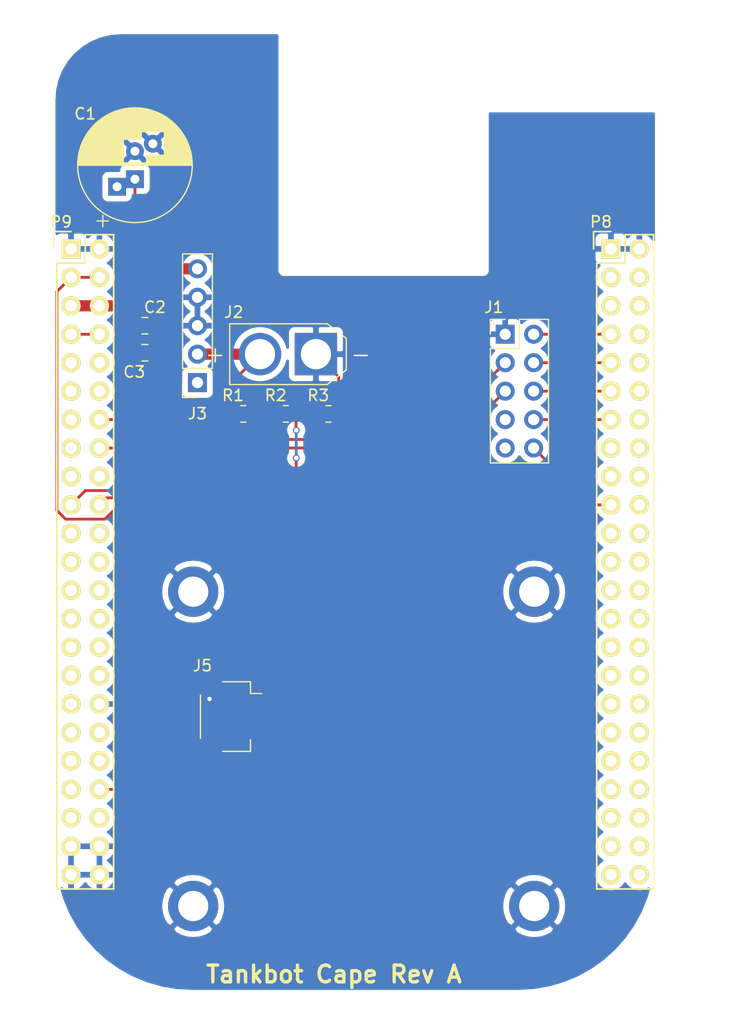
<source format=kicad_pcb>
(kicad_pcb (version 20171130) (host pcbnew "(5.1.8)-1")

  (general
    (thickness 1.6)
    (drawings 12)
    (tracks 84)
    (zones 0)
    (modules 16)
    (nets 87)
  )

  (page A4)
  (layers
    (0 F.Cu signal)
    (31 B.Cu signal)
    (32 B.Adhes user)
    (33 F.Adhes user)
    (34 B.Paste user)
    (35 F.Paste user)
    (36 B.SilkS user)
    (37 F.SilkS user)
    (38 B.Mask user)
    (39 F.Mask user)
    (40 Dwgs.User user)
    (41 Cmts.User user)
    (42 Eco1.User user)
    (43 Eco2.User user)
    (44 Edge.Cuts user)
    (45 Margin user)
    (46 B.CrtYd user)
    (47 F.CrtYd user)
    (48 B.Fab user hide)
    (49 F.Fab user hide)
  )

  (setup
    (last_trace_width 0.25)
    (trace_clearance 0.2)
    (zone_clearance 0.508)
    (zone_45_only no)
    (trace_min 0.2)
    (via_size 0.6)
    (via_drill 0.4)
    (via_min_size 0.4)
    (via_min_drill 0.3)
    (uvia_size 0.3)
    (uvia_drill 0.1)
    (uvias_allowed no)
    (uvia_min_size 0.2)
    (uvia_min_drill 0.1)
    (edge_width 0.00254)
    (segment_width 0.2)
    (pcb_text_width 0.3)
    (pcb_text_size 1.5 1.5)
    (mod_edge_width 0.15)
    (mod_text_size 1 1)
    (mod_text_width 0.15)
    (pad_size 1.7 1.7)
    (pad_drill 1)
    (pad_to_mask_clearance 0.0508)
    (aux_axis_origin 0 0)
    (grid_origin 116.3701 62.3824)
    (visible_elements 7FFFFFFF)
    (pcbplotparams
      (layerselection 0x010f0_ffffffff)
      (usegerberextensions true)
      (usegerberattributes true)
      (usegerberadvancedattributes true)
      (creategerberjobfile true)
      (excludeedgelayer true)
      (linewidth 0.100000)
      (plotframeref false)
      (viasonmask false)
      (mode 1)
      (useauxorigin false)
      (hpglpennumber 1)
      (hpglpenspeed 20)
      (hpglpendiameter 15.000000)
      (psnegative false)
      (psa4output false)
      (plotreference true)
      (plotvalue true)
      (plotinvisibletext false)
      (padsonsilk false)
      (subtractmaskfromsilk false)
      (outputformat 1)
      (mirror false)
      (drillshape 0)
      (scaleselection 1)
      (outputdirectory ""))
  )

  (net 0 "")
  (net 1 "Net-(P8-Pad3)")
  (net 2 "Net-(P8-Pad4)")
  (net 3 "Net-(P8-Pad5)")
  (net 4 "Net-(P8-Pad6)")
  (net 5 "Net-(P8-Pad8)")
  (net 6 "Net-(P8-Pad10)")
  (net 7 "Net-(P8-Pad12)")
  (net 8 "Net-(P8-Pad14)")
  (net 9 "Net-(P8-Pad15)")
  (net 10 "Net-(P8-Pad16)")
  (net 11 "Net-(P8-Pad17)")
  (net 12 "Net-(P8-Pad18)")
  (net 13 "Net-(P8-Pad20)")
  (net 14 "Net-(P8-Pad21)")
  (net 15 "Net-(P8-Pad22)")
  (net 16 "Net-(P8-Pad23)")
  (net 17 "Net-(P8-Pad24)")
  (net 18 "Net-(P8-Pad25)")
  (net 19 "Net-(P8-Pad26)")
  (net 20 "Net-(P8-Pad27)")
  (net 21 "Net-(P8-Pad28)")
  (net 22 "Net-(P8-Pad29)")
  (net 23 "Net-(P8-Pad30)")
  (net 24 "Net-(P8-Pad31)")
  (net 25 "Net-(P8-Pad32)")
  (net 26 "Net-(P8-Pad33)")
  (net 27 "Net-(P8-Pad34)")
  (net 28 "Net-(P8-Pad35)")
  (net 29 "Net-(P8-Pad36)")
  (net 30 "Net-(P8-Pad37)")
  (net 31 "Net-(P8-Pad38)")
  (net 32 "Net-(P8-Pad39)")
  (net 33 "Net-(P8-Pad40)")
  (net 34 "Net-(P8-Pad41)")
  (net 35 "Net-(P8-Pad42)")
  (net 36 "Net-(P8-Pad43)")
  (net 37 "Net-(P8-Pad44)")
  (net 38 "Net-(P8-Pad45)")
  (net 39 "Net-(P8-Pad46)")
  (net 40 "Net-(P9-Pad11)")
  (net 41 "Net-(P9-Pad12)")
  (net 42 "Net-(P9-Pad13)")
  (net 43 "Net-(P9-Pad15)")
  (net 44 "Net-(P9-Pad17)")
  (net 45 "Net-(P9-Pad18)")
  (net 46 "Net-(P9-Pad21)")
  (net 47 "Net-(P9-Pad22)")
  (net 48 "Net-(P9-Pad23)")
  (net 49 "Net-(P9-Pad24)")
  (net 50 "Net-(P9-Pad25)")
  (net 51 "Net-(P9-Pad26)")
  (net 52 "Net-(P9-Pad27)")
  (net 53 "Net-(P9-Pad28)")
  (net 54 "Net-(P9-Pad29)")
  (net 55 "Net-(P9-Pad30)")
  (net 56 "Net-(P9-Pad31)")
  (net 57 "Net-(P9-Pad33)")
  (net 58 "Net-(P9-Pad35)")
  (net 59 "Net-(P9-Pad36)")
  (net 60 "Net-(P9-Pad37)")
  (net 61 "Net-(P9-Pad38)")
  (net 62 "Net-(P9-Pad39)")
  (net 63 "Net-(P9-Pad41)")
  (net 64 "Net-(P9-Pad42)")
  (net 65 GNDD)
  (net 66 +3V3)
  (net 67 +5V)
  (net 68 SYS_5V)
  (net 69 PWR_BUT)
  (net 70 SYS_RESETN)
  (net 71 MOTOR_LEFT_A)
  (net 72 MOTOR_PWR_EN)
  (net 73 MOTOR_LEFT_B)
  (net 74 MOTOR_nSLEEP)
  (net 75 MOTOR_RIGHT_A)
  (net 76 MOTOR_nFAULT)
  (net 77 MOTOR_RIGHT_B)
  (net 78 +BATT)
  (net 79 "Net-(P9-Pad32)")
  (net 80 VBAT_MEASURE)
  (net 81 "Net-(R1-Pad2)")
  (net 82 "Net-(J1-Pad7)")
  (net 83 "Net-(J1-Pad9)")
  (net 84 I2C2_SDA)
  (net 85 I2C2_SCL)
  (net 86 "Net-(J3-Pad1)")

  (net_class Default "To jest domyślna klasa połączeń."
    (clearance 0.2)
    (trace_width 0.25)
    (via_dia 0.6)
    (via_drill 0.4)
    (uvia_dia 0.3)
    (uvia_drill 0.1)
    (add_net +3V3)
    (add_net +5V)
    (add_net +BATT)
    (add_net GNDD)
    (add_net I2C2_SCL)
    (add_net I2C2_SDA)
    (add_net MOTOR_LEFT_A)
    (add_net MOTOR_LEFT_B)
    (add_net MOTOR_PWR_EN)
    (add_net MOTOR_RIGHT_A)
    (add_net MOTOR_RIGHT_B)
    (add_net MOTOR_nFAULT)
    (add_net MOTOR_nSLEEP)
    (add_net "Net-(J1-Pad7)")
    (add_net "Net-(J1-Pad9)")
    (add_net "Net-(J3-Pad1)")
    (add_net "Net-(P8-Pad10)")
    (add_net "Net-(P8-Pad12)")
    (add_net "Net-(P8-Pad14)")
    (add_net "Net-(P8-Pad15)")
    (add_net "Net-(P8-Pad16)")
    (add_net "Net-(P8-Pad17)")
    (add_net "Net-(P8-Pad18)")
    (add_net "Net-(P8-Pad20)")
    (add_net "Net-(P8-Pad21)")
    (add_net "Net-(P8-Pad22)")
    (add_net "Net-(P8-Pad23)")
    (add_net "Net-(P8-Pad24)")
    (add_net "Net-(P8-Pad25)")
    (add_net "Net-(P8-Pad26)")
    (add_net "Net-(P8-Pad27)")
    (add_net "Net-(P8-Pad28)")
    (add_net "Net-(P8-Pad29)")
    (add_net "Net-(P8-Pad3)")
    (add_net "Net-(P8-Pad30)")
    (add_net "Net-(P8-Pad31)")
    (add_net "Net-(P8-Pad32)")
    (add_net "Net-(P8-Pad33)")
    (add_net "Net-(P8-Pad34)")
    (add_net "Net-(P8-Pad35)")
    (add_net "Net-(P8-Pad36)")
    (add_net "Net-(P8-Pad37)")
    (add_net "Net-(P8-Pad38)")
    (add_net "Net-(P8-Pad39)")
    (add_net "Net-(P8-Pad4)")
    (add_net "Net-(P8-Pad40)")
    (add_net "Net-(P8-Pad41)")
    (add_net "Net-(P8-Pad42)")
    (add_net "Net-(P8-Pad43)")
    (add_net "Net-(P8-Pad44)")
    (add_net "Net-(P8-Pad45)")
    (add_net "Net-(P8-Pad46)")
    (add_net "Net-(P8-Pad5)")
    (add_net "Net-(P8-Pad6)")
    (add_net "Net-(P8-Pad8)")
    (add_net "Net-(P9-Pad11)")
    (add_net "Net-(P9-Pad12)")
    (add_net "Net-(P9-Pad13)")
    (add_net "Net-(P9-Pad15)")
    (add_net "Net-(P9-Pad17)")
    (add_net "Net-(P9-Pad18)")
    (add_net "Net-(P9-Pad21)")
    (add_net "Net-(P9-Pad22)")
    (add_net "Net-(P9-Pad23)")
    (add_net "Net-(P9-Pad24)")
    (add_net "Net-(P9-Pad25)")
    (add_net "Net-(P9-Pad26)")
    (add_net "Net-(P9-Pad27)")
    (add_net "Net-(P9-Pad28)")
    (add_net "Net-(P9-Pad29)")
    (add_net "Net-(P9-Pad30)")
    (add_net "Net-(P9-Pad31)")
    (add_net "Net-(P9-Pad32)")
    (add_net "Net-(P9-Pad33)")
    (add_net "Net-(P9-Pad35)")
    (add_net "Net-(P9-Pad36)")
    (add_net "Net-(P9-Pad37)")
    (add_net "Net-(P9-Pad38)")
    (add_net "Net-(P9-Pad39)")
    (add_net "Net-(P9-Pad41)")
    (add_net "Net-(P9-Pad42)")
    (add_net "Net-(R1-Pad2)")
    (add_net PWR_BUT)
    (add_net SYS_5V)
    (add_net SYS_RESETN)
    (add_net VBAT_MEASURE)
  )

  (module Connector_PinHeader_2.54mm:PinHeader_2x05_P2.54mm_Vertical (layer F.Cu) (tedit 59FED5CC) (tstamp 5FBA62EB)
    (at 155.1813 70.0024)
    (descr "Through hole straight pin header, 2x05, 2.54mm pitch, double rows")
    (tags "Through hole pin header THT 2x05 2.54mm double row")
    (path /5FB695C7)
    (fp_text reference J1 (at -1.016 -2.413) (layer F.SilkS)
      (effects (font (size 1 1) (thickness 0.15)))
    )
    (fp_text value MOTOR_RIBBON (at 1.27 12.49) (layer F.Fab)
      (effects (font (size 1 1) (thickness 0.15)))
    )
    (fp_line (start 4.35 -1.8) (end -1.8 -1.8) (layer F.CrtYd) (width 0.05))
    (fp_line (start 4.35 11.95) (end 4.35 -1.8) (layer F.CrtYd) (width 0.05))
    (fp_line (start -1.8 11.95) (end 4.35 11.95) (layer F.CrtYd) (width 0.05))
    (fp_line (start -1.8 -1.8) (end -1.8 11.95) (layer F.CrtYd) (width 0.05))
    (fp_line (start -1.33 -1.33) (end 0 -1.33) (layer F.SilkS) (width 0.12))
    (fp_line (start -1.33 0) (end -1.33 -1.33) (layer F.SilkS) (width 0.12))
    (fp_line (start 1.27 -1.33) (end 3.87 -1.33) (layer F.SilkS) (width 0.12))
    (fp_line (start 1.27 1.27) (end 1.27 -1.33) (layer F.SilkS) (width 0.12))
    (fp_line (start -1.33 1.27) (end 1.27 1.27) (layer F.SilkS) (width 0.12))
    (fp_line (start 3.87 -1.33) (end 3.87 11.49) (layer F.SilkS) (width 0.12))
    (fp_line (start -1.33 1.27) (end -1.33 11.49) (layer F.SilkS) (width 0.12))
    (fp_line (start -1.33 11.49) (end 3.87 11.49) (layer F.SilkS) (width 0.12))
    (fp_line (start -1.27 0) (end 0 -1.27) (layer F.Fab) (width 0.1))
    (fp_line (start -1.27 11.43) (end -1.27 0) (layer F.Fab) (width 0.1))
    (fp_line (start 3.81 11.43) (end -1.27 11.43) (layer F.Fab) (width 0.1))
    (fp_line (start 3.81 -1.27) (end 3.81 11.43) (layer F.Fab) (width 0.1))
    (fp_line (start 0 -1.27) (end 3.81 -1.27) (layer F.Fab) (width 0.1))
    (fp_text user %R (at 1.27 5.08 90) (layer F.Fab)
      (effects (font (size 1 1) (thickness 0.15)))
    )
    (pad 1 thru_hole rect (at 0 0) (size 1.7 1.7) (drill 1) (layers *.Cu *.Mask)
      (net 65 GNDD))
    (pad 2 thru_hole oval (at 2.54 0) (size 1.7 1.7) (drill 1) (layers *.Cu *.Mask)
      (net 72 MOTOR_PWR_EN))
    (pad 3 thru_hole oval (at 0 2.54) (size 1.7 1.7) (drill 1) (layers *.Cu *.Mask)
      (net 71 MOTOR_LEFT_A))
    (pad 4 thru_hole oval (at 2.54 2.54) (size 1.7 1.7) (drill 1) (layers *.Cu *.Mask)
      (net 74 MOTOR_nSLEEP))
    (pad 5 thru_hole oval (at 0 5.08) (size 1.7 1.7) (drill 1) (layers *.Cu *.Mask)
      (net 73 MOTOR_LEFT_B))
    (pad 6 thru_hole oval (at 2.54 5.08) (size 1.7 1.7) (drill 1) (layers *.Cu *.Mask)
      (net 76 MOTOR_nFAULT))
    (pad 7 thru_hole oval (at 0 7.62) (size 1.7 1.7) (drill 1) (layers *.Cu *.Mask)
      (net 82 "Net-(J1-Pad7)"))
    (pad 8 thru_hole oval (at 2.54 7.62) (size 1.7 1.7) (drill 1) (layers *.Cu *.Mask)
      (net 75 MOTOR_RIGHT_A))
    (pad 9 thru_hole oval (at 0 10.16) (size 1.7 1.7) (drill 1) (layers *.Cu *.Mask)
      (net 83 "Net-(J1-Pad9)"))
    (pad 10 thru_hole oval (at 2.54 10.16) (size 1.7 1.7) (drill 1) (layers *.Cu *.Mask)
      (net 77 MOTOR_RIGHT_B))
    (model ${KISYS3DMOD}/Connector_PinHeader_2.54mm.3dshapes/PinHeader_2x05_P2.54mm_Vertical.wrl
      (at (xyz 0 0 0))
      (scale (xyz 1 1 1))
      (rotate (xyz 0 0 0))
    )
  )

  (module Capacitor_SMD:C_0805_2012Metric (layer F.Cu) (tedit 5F68FEEE) (tstamp 5FC316A0)
    (at 122.9716 69.2404)
    (descr "Capacitor SMD 0805 (2012 Metric), square (rectangular) end terminal, IPC_7351 nominal, (Body size source: IPC-SM-782 page 76, https://www.pcb-3d.com/wordpress/wp-content/uploads/ipc-sm-782a_amendment_1_and_2.pdf, https://docs.google.com/spreadsheets/d/1BsfQQcO9C6DZCsRaXUlFlo91Tg2WpOkGARC1WS5S8t0/edit?usp=sharing), generated with kicad-footprint-generator")
    (tags capacitor)
    (path /5FC43E78)
    (attr smd)
    (fp_text reference C2 (at 0.8915 -1.651) (layer F.SilkS)
      (effects (font (size 1 1) (thickness 0.15)))
    )
    (fp_text value "100 uF" (at 0 1.68) (layer F.Fab)
      (effects (font (size 1 1) (thickness 0.15)))
    )
    (fp_line (start -1 0.625) (end -1 -0.625) (layer F.Fab) (width 0.1))
    (fp_line (start -1 -0.625) (end 1 -0.625) (layer F.Fab) (width 0.1))
    (fp_line (start 1 -0.625) (end 1 0.625) (layer F.Fab) (width 0.1))
    (fp_line (start 1 0.625) (end -1 0.625) (layer F.Fab) (width 0.1))
    (fp_line (start -0.261252 -0.735) (end 0.261252 -0.735) (layer F.SilkS) (width 0.12))
    (fp_line (start -0.261252 0.735) (end 0.261252 0.735) (layer F.SilkS) (width 0.12))
    (fp_line (start -1.7 0.98) (end -1.7 -0.98) (layer F.CrtYd) (width 0.05))
    (fp_line (start -1.7 -0.98) (end 1.7 -0.98) (layer F.CrtYd) (width 0.05))
    (fp_line (start 1.7 -0.98) (end 1.7 0.98) (layer F.CrtYd) (width 0.05))
    (fp_line (start 1.7 0.98) (end -1.7 0.98) (layer F.CrtYd) (width 0.05))
    (fp_text user %R (at 0 0) (layer F.Fab)
      (effects (font (size 0.5 0.5) (thickness 0.08)))
    )
    (pad 1 smd roundrect (at -0.95 0) (size 1 1.45) (layers F.Cu F.Paste F.Mask) (roundrect_rratio 0.25)
      (net 67 +5V))
    (pad 2 smd roundrect (at 0.95 0) (size 1 1.45) (layers F.Cu F.Paste F.Mask) (roundrect_rratio 0.25)
      (net 65 GNDD))
    (model ${KISYS3DMOD}/Capacitor_SMD.3dshapes/C_0805_2012Metric.wrl
      (at (xyz 0 0 0))
      (scale (xyz 1 1 1))
      (rotate (xyz 0 0 0))
    )
  )

  (module Resistor_SMD:R_0805_2012Metric (layer F.Cu) (tedit 5F68FEEE) (tstamp 5FE428EB)
    (at 135.5706 77.1144)
    (descr "Resistor SMD 0805 (2012 Metric), square (rectangular) end terminal, IPC_7351 nominal, (Body size source: IPC-SM-782 page 72, https://www.pcb-3d.com/wordpress/wp-content/uploads/ipc-sm-782a_amendment_1_and_2.pdf), generated with kicad-footprint-generator")
    (tags resistor)
    (path /5FB9D19B)
    (attr smd)
    (fp_text reference R2 (at -0.9125 -1.651) (layer F.SilkS)
      (effects (font (size 1 1) (thickness 0.15)))
    )
    (fp_text value 3.3k (at 0 1.65) (layer F.Fab)
      (effects (font (size 1 1) (thickness 0.15)))
    )
    (fp_line (start -1 0.625) (end -1 -0.625) (layer F.Fab) (width 0.1))
    (fp_line (start -1 -0.625) (end 1 -0.625) (layer F.Fab) (width 0.1))
    (fp_line (start 1 -0.625) (end 1 0.625) (layer F.Fab) (width 0.1))
    (fp_line (start 1 0.625) (end -1 0.625) (layer F.Fab) (width 0.1))
    (fp_line (start -0.227064 -0.735) (end 0.227064 -0.735) (layer F.SilkS) (width 0.12))
    (fp_line (start -0.227064 0.735) (end 0.227064 0.735) (layer F.SilkS) (width 0.12))
    (fp_line (start -1.68 0.95) (end -1.68 -0.95) (layer F.CrtYd) (width 0.05))
    (fp_line (start -1.68 -0.95) (end 1.68 -0.95) (layer F.CrtYd) (width 0.05))
    (fp_line (start 1.68 -0.95) (end 1.68 0.95) (layer F.CrtYd) (width 0.05))
    (fp_line (start 1.68 0.95) (end -1.68 0.95) (layer F.CrtYd) (width 0.05))
    (fp_text user %R (at 0 0) (layer F.Fab)
      (effects (font (size 0.5 0.5) (thickness 0.08)))
    )
    (pad 2 smd roundrect (at 0.9125 0) (size 1.025 1.4) (layers F.Cu F.Paste F.Mask) (roundrect_rratio 0.2439014634146341)
      (net 80 VBAT_MEASURE))
    (pad 1 smd roundrect (at -0.9125 0) (size 1.025 1.4) (layers F.Cu F.Paste F.Mask) (roundrect_rratio 0.2439014634146341)
      (net 81 "Net-(R1-Pad2)"))
    (model ${KISYS3DMOD}/Resistor_SMD.3dshapes/R_0805_2012Metric.wrl
      (at (xyz 0 0 0))
      (scale (xyz 1 1 1))
      (rotate (xyz 0 0 0))
    )
  )

  (module Resistor_SMD:R_0805_2012Metric (layer F.Cu) (tedit 5F68FEEE) (tstamp 5FE41D0E)
    (at 131.7606 77.1144)
    (descr "Resistor SMD 0805 (2012 Metric), square (rectangular) end terminal, IPC_7351 nominal, (Body size source: IPC-SM-782 page 72, https://www.pcb-3d.com/wordpress/wp-content/uploads/ipc-sm-782a_amendment_1_and_2.pdf), generated with kicad-footprint-generator")
    (tags resistor)
    (path /5FB9C7B4)
    (attr smd)
    (fp_text reference R1 (at -0.9125 -1.651) (layer F.SilkS)
      (effects (font (size 1 1) (thickness 0.15)))
    )
    (fp_text value 4.7k (at 0 1.65) (layer F.Fab)
      (effects (font (size 1 1) (thickness 0.15)))
    )
    (fp_line (start 1.68 0.95) (end -1.68 0.95) (layer F.CrtYd) (width 0.05))
    (fp_line (start 1.68 -0.95) (end 1.68 0.95) (layer F.CrtYd) (width 0.05))
    (fp_line (start -1.68 -0.95) (end 1.68 -0.95) (layer F.CrtYd) (width 0.05))
    (fp_line (start -1.68 0.95) (end -1.68 -0.95) (layer F.CrtYd) (width 0.05))
    (fp_line (start -0.227064 0.735) (end 0.227064 0.735) (layer F.SilkS) (width 0.12))
    (fp_line (start -0.227064 -0.735) (end 0.227064 -0.735) (layer F.SilkS) (width 0.12))
    (fp_line (start 1 0.625) (end -1 0.625) (layer F.Fab) (width 0.1))
    (fp_line (start 1 -0.625) (end 1 0.625) (layer F.Fab) (width 0.1))
    (fp_line (start -1 -0.625) (end 1 -0.625) (layer F.Fab) (width 0.1))
    (fp_line (start -1 0.625) (end -1 -0.625) (layer F.Fab) (width 0.1))
    (fp_text user %R (at 0 0) (layer F.Fab)
      (effects (font (size 0.5 0.5) (thickness 0.08)))
    )
    (pad 1 smd roundrect (at -0.9125 0) (size 1.025 1.4) (layers F.Cu F.Paste F.Mask) (roundrect_rratio 0.2439014634146341)
      (net 78 +BATT))
    (pad 2 smd roundrect (at 0.9125 0) (size 1.025 1.4) (layers F.Cu F.Paste F.Mask) (roundrect_rratio 0.2439014634146341)
      (net 81 "Net-(R1-Pad2)"))
    (model ${KISYS3DMOD}/Resistor_SMD.3dshapes/R_0805_2012Metric.wrl
      (at (xyz 0 0 0))
      (scale (xyz 1 1 1))
      (rotate (xyz 0 0 0))
    )
  )

  (module Resistor_SMD:R_0805_2012Metric (layer F.Cu) (tedit 5F68FEEE) (tstamp 5FE41CD5)
    (at 139.3806 77.1144)
    (descr "Resistor SMD 0805 (2012 Metric), square (rectangular) end terminal, IPC_7351 nominal, (Body size source: IPC-SM-782 page 72, https://www.pcb-3d.com/wordpress/wp-content/uploads/ipc-sm-782a_amendment_1_and_2.pdf), generated with kicad-footprint-generator")
    (tags resistor)
    (path /5FB9D4FA)
    (attr smd)
    (fp_text reference R3 (at -0.9125 -1.651 180) (layer F.SilkS)
      (effects (font (size 1 1) (thickness 0.15)))
    )
    (fp_text value 1k (at 0 1.65) (layer F.Fab)
      (effects (font (size 1 1) (thickness 0.15)))
    )
    (fp_line (start 1.68 0.95) (end -1.68 0.95) (layer F.CrtYd) (width 0.05))
    (fp_line (start 1.68 -0.95) (end 1.68 0.95) (layer F.CrtYd) (width 0.05))
    (fp_line (start -1.68 -0.95) (end 1.68 -0.95) (layer F.CrtYd) (width 0.05))
    (fp_line (start -1.68 0.95) (end -1.68 -0.95) (layer F.CrtYd) (width 0.05))
    (fp_line (start -0.227064 0.735) (end 0.227064 0.735) (layer F.SilkS) (width 0.12))
    (fp_line (start -0.227064 -0.735) (end 0.227064 -0.735) (layer F.SilkS) (width 0.12))
    (fp_line (start 1 0.625) (end -1 0.625) (layer F.Fab) (width 0.1))
    (fp_line (start 1 -0.625) (end 1 0.625) (layer F.Fab) (width 0.1))
    (fp_line (start -1 -0.625) (end 1 -0.625) (layer F.Fab) (width 0.1))
    (fp_line (start -1 0.625) (end -1 -0.625) (layer F.Fab) (width 0.1))
    (fp_text user %R (at 0 0) (layer F.Fab)
      (effects (font (size 0.5 0.5) (thickness 0.08)))
    )
    (pad 1 smd roundrect (at -0.9125 0) (size 1.025 1.4) (layers F.Cu F.Paste F.Mask) (roundrect_rratio 0.2439014634146341)
      (net 80 VBAT_MEASURE))
    (pad 2 smd roundrect (at 0.9125 0) (size 1.025 1.4) (layers F.Cu F.Paste F.Mask) (roundrect_rratio 0.2439014634146341)
      (net 65 GNDD))
    (model ${KISYS3DMOD}/Resistor_SMD.3dshapes/R_0805_2012Metric.wrl
      (at (xyz 0 0 0))
      (scale (xyz 1 1 1))
      (rotate (xyz 0 0 0))
    )
  )

  (module Connector_AMASS:AMASS_XT30U-M_1x02_P5.0mm_Vertical (layer F.Cu) (tedit 5C8E9CCA) (tstamp 5FE41C88)
    (at 138.2611 71.7804 180)
    (descr "Connector XT30 Vertical Cable Male, https://www.tme.eu/en/Document/3cbfa5cfa544d79584972dd5234a409e/XT30U%20SPEC.pdf")
    (tags "RC Connector XT30")
    (path /5FBBAADD)
    (fp_text reference J2 (at 7.3495 3.7465) (layer F.SilkS)
      (effects (font (size 1 1) (thickness 0.15)))
    )
    (fp_text value Battery (at 2.5 4) (layer F.Fab)
      (effects (font (size 1 1) (thickness 0.15)))
    )
    (fp_text user - (at -4 0) (layer F.SilkS)
      (effects (font (size 1.5 1.5) (thickness 0.15)))
    )
    (fp_text user + (at 9 0) (layer F.SilkS)
      (effects (font (size 1.5 1.5) (thickness 0.15)))
    )
    (fp_text user %R (at 2.5 0) (layer F.Fab)
      (effects (font (size 1 1) (thickness 0.15)))
    )
    (fp_line (start -2.6 -1.3) (end -2.6 1.3) (layer F.Fab) (width 0.1))
    (fp_line (start 7.6 -2.6) (end 7.6 2.6) (layer F.Fab) (width 0.1))
    (fp_line (start -0.9 -2.6) (end 7.6 -2.6) (layer F.Fab) (width 0.1))
    (fp_line (start -0.9 2.6) (end 7.6 2.6) (layer F.Fab) (width 0.1))
    (fp_line (start -2.6 -1.3) (end -0.9 -2.6) (layer F.Fab) (width 0.1))
    (fp_line (start -2.6 1.3) (end -0.9 2.6) (layer F.Fab) (width 0.1))
    (fp_line (start -1.01 -2.71) (end 7.71 -2.71) (layer F.SilkS) (width 0.12))
    (fp_line (start 7.71 -2.71) (end 7.71 2.71) (layer F.SilkS) (width 0.12))
    (fp_line (start -1.01 2.71) (end 7.71 2.71) (layer F.SilkS) (width 0.12))
    (fp_line (start -2.71 -1.41) (end -1.01 -2.71) (layer F.SilkS) (width 0.12))
    (fp_line (start -2.71 1.41) (end -1.01 2.71) (layer F.SilkS) (width 0.12))
    (fp_line (start -2.71 -1.41) (end -2.71 1.41) (layer F.SilkS) (width 0.12))
    (fp_line (start -1.4 -3.1) (end 8.1 -3.1) (layer F.CrtYd) (width 0.05))
    (fp_line (start 8.1 -3.1) (end 8.1 3.1) (layer F.CrtYd) (width 0.05))
    (fp_line (start -3.1 -1.8) (end -3.1 1.8) (layer F.CrtYd) (width 0.05))
    (fp_line (start -1.4 3.1) (end 8.1 3.1) (layer F.CrtYd) (width 0.05))
    (fp_line (start -3.1 -1.8) (end -1.4 -3.1) (layer F.CrtYd) (width 0.05))
    (fp_line (start -3.1 1.8) (end -1.4 3.1) (layer F.CrtYd) (width 0.05))
    (pad 2 thru_hole circle (at 5 0 180) (size 3.8 3.8) (drill 2.7) (layers *.Cu *.Mask)
      (net 78 +BATT))
    (pad 1 thru_hole rect (at 0 0 180) (size 3.8 3.8) (drill 2.7) (layers *.Cu *.Mask)
      (net 65 GNDD))
    (model ${KISYS3DMOD}/Connector_AMASS.3dshapes/AMASS_XT30U-M_1x02_P5.0mm_Vertical.wrl
      (at (xyz 0 0 0))
      (scale (xyz 1 1 1))
      (rotate (xyz 0 0 0))
    )
  )

  (module MountingHole:MountingHole_2.7mm_M2.5_ISO14580_Pad (layer F.Cu) (tedit 56D1B4CB) (tstamp 5FCAE27B)
    (at 127.2921 92.9894)
    (descr "Mounting Hole 2.7mm, M2.5, ISO14580")
    (tags "mounting hole 2.7mm m2.5 iso14580")
    (path /5FD121CE)
    (attr virtual)
    (fp_text reference H1 (at 0 -3.25) (layer F.SilkS) hide
      (effects (font (size 1 1) (thickness 0.15)))
    )
    (fp_text value MountingHole_Pad (at 0 3.25) (layer F.Fab)
      (effects (font (size 1 1) (thickness 0.15)))
    )
    (fp_circle (center 0 0) (end 2.25 0) (layer Cmts.User) (width 0.15))
    (fp_circle (center 0 0) (end 2.5 0) (layer F.CrtYd) (width 0.05))
    (fp_text user %R (at 0.3 0) (layer F.Fab)
      (effects (font (size 1 1) (thickness 0.15)))
    )
    (pad 1 thru_hole circle (at 0 0) (size 4.5 4.5) (drill 2.7) (layers *.Cu *.Mask)
      (net 65 GNDD))
  )

  (module MountingHole:MountingHole_2.7mm_M2.5_ISO14580_Pad (layer F.Cu) (tedit 56D1B4CB) (tstamp 5FD2D45E)
    (at 157.7721 121.0564)
    (descr "Mounting Hole 2.7mm, M2.5, ISO14580")
    (tags "mounting hole 2.7mm m2.5 iso14580")
    (path /5FD1A268)
    (attr virtual)
    (fp_text reference H4 (at 0 -3.25) (layer F.SilkS) hide
      (effects (font (size 1 1) (thickness 0.15)))
    )
    (fp_text value MountingHole_Pad (at 0 3.25) (layer F.Fab)
      (effects (font (size 1 1) (thickness 0.15)))
    )
    (fp_circle (center 0 0) (end 2.5 0) (layer F.CrtYd) (width 0.05))
    (fp_circle (center 0 0) (end 2.25 0) (layer Cmts.User) (width 0.15))
    (fp_text user %R (at 0.3 0) (layer F.Fab)
      (effects (font (size 1 1) (thickness 0.15)))
    )
    (pad 1 thru_hole circle (at 0 0) (size 4.5 4.5) (drill 2.7) (layers *.Cu *.Mask)
      (net 65 GNDD))
  )

  (module MountingHole:MountingHole_2.7mm_M2.5_ISO14580_Pad (layer F.Cu) (tedit 56D1B4CB) (tstamp 5FCAE283)
    (at 157.7721 92.9894)
    (descr "Mounting Hole 2.7mm, M2.5, ISO14580")
    (tags "mounting hole 2.7mm m2.5 iso14580")
    (path /5FD19885)
    (attr virtual)
    (fp_text reference H2 (at 0 -3.25) (layer F.SilkS) hide
      (effects (font (size 1 1) (thickness 0.15)))
    )
    (fp_text value MountingHole_Pad (at 0 3.25) (layer F.Fab)
      (effects (font (size 1 1) (thickness 0.15)))
    )
    (fp_circle (center 0 0) (end 2.5 0) (layer F.CrtYd) (width 0.05))
    (fp_circle (center 0 0) (end 2.25 0) (layer Cmts.User) (width 0.15))
    (fp_text user %R (at 0.3 0) (layer F.Fab)
      (effects (font (size 1 1) (thickness 0.15)))
    )
    (pad 1 thru_hole circle (at 0 0) (size 4.5 4.5) (drill 2.7) (layers *.Cu *.Mask)
      (net 65 GNDD))
  )

  (module MountingHole:MountingHole_2.7mm_M2.5_ISO14580_Pad (layer F.Cu) (tedit 56D1B4CB) (tstamp 5FCAE28B)
    (at 127.2921 121.0564)
    (descr "Mounting Hole 2.7mm, M2.5, ISO14580")
    (tags "mounting hole 2.7mm m2.5 iso14580")
    (path /5FD19E1E)
    (attr virtual)
    (fp_text reference H3 (at 0 -3.25) (layer F.SilkS) hide
      (effects (font (size 1 1) (thickness 0.15)))
    )
    (fp_text value MountingHole_Pad (at 0 3.25) (layer F.Fab)
      (effects (font (size 1 1) (thickness 0.15)))
    )
    (fp_circle (center 0 0) (end 2.25 0) (layer Cmts.User) (width 0.15))
    (fp_circle (center 0 0) (end 2.5 0) (layer F.CrtYd) (width 0.05))
    (fp_text user %R (at 0.3 0) (layer F.Fab)
      (effects (font (size 1 1) (thickness 0.15)))
    )
    (pad 1 thru_hole circle (at 0 0) (size 4.5 4.5) (drill 2.7) (layers *.Cu *.Mask)
      (net 65 GNDD))
  )

  (module Capacitor_SMD:C_0805_2012Metric (layer F.Cu) (tedit 5F68FEEE) (tstamp 5FC31603)
    (at 122.9741 71.6534)
    (descr "Capacitor SMD 0805 (2012 Metric), square (rectangular) end terminal, IPC_7351 nominal, (Body size source: IPC-SM-782 page 76, https://www.pcb-3d.com/wordpress/wp-content/uploads/ipc-sm-782a_amendment_1_and_2.pdf, https://docs.google.com/spreadsheets/d/1BsfQQcO9C6DZCsRaXUlFlo91Tg2WpOkGARC1WS5S8t0/edit?usp=sharing), generated with kicad-footprint-generator")
    (tags capacitor)
    (path /5FC44CF7)
    (attr smd)
    (fp_text reference C3 (at -0.9525 1.7145) (layer F.SilkS)
      (effects (font (size 1 1) (thickness 0.15)))
    )
    (fp_text value "10 uF" (at 0 1.68) (layer F.Fab)
      (effects (font (size 1 1) (thickness 0.15)))
    )
    (fp_line (start 1.7 0.98) (end -1.7 0.98) (layer F.CrtYd) (width 0.05))
    (fp_line (start 1.7 -0.98) (end 1.7 0.98) (layer F.CrtYd) (width 0.05))
    (fp_line (start -1.7 -0.98) (end 1.7 -0.98) (layer F.CrtYd) (width 0.05))
    (fp_line (start -1.7 0.98) (end -1.7 -0.98) (layer F.CrtYd) (width 0.05))
    (fp_line (start -0.261252 0.735) (end 0.261252 0.735) (layer F.SilkS) (width 0.12))
    (fp_line (start -0.261252 -0.735) (end 0.261252 -0.735) (layer F.SilkS) (width 0.12))
    (fp_line (start 1 0.625) (end -1 0.625) (layer F.Fab) (width 0.1))
    (fp_line (start 1 -0.625) (end 1 0.625) (layer F.Fab) (width 0.1))
    (fp_line (start -1 -0.625) (end 1 -0.625) (layer F.Fab) (width 0.1))
    (fp_line (start -1 0.625) (end -1 -0.625) (layer F.Fab) (width 0.1))
    (fp_text user %R (at 0 0) (layer F.Fab)
      (effects (font (size 0.5 0.5) (thickness 0.08)))
    )
    (pad 2 smd roundrect (at 0.95 0) (size 1 1.45) (layers F.Cu F.Paste F.Mask) (roundrect_rratio 0.25)
      (net 65 GNDD))
    (pad 1 smd roundrect (at -0.95 0) (size 1 1.45) (layers F.Cu F.Paste F.Mask) (roundrect_rratio 0.25)
      (net 67 +5V))
    (model ${KISYS3DMOD}/Capacitor_SMD.3dshapes/C_0805_2012Metric.wrl
      (at (xyz 0 0 0))
      (scale (xyz 1 1 1))
      (rotate (xyz 0 0 0))
    )
  )

  (module Socket_BeagleBone_Black:Socket_BeagleBone_Black (layer F.Cu) (tedit 0) (tstamp 55DF7748)
    (at 116.3701 62.3824)
    (descr "Through hole pin header")
    (tags "pin header")
    (path /55DF7DBA)
    (fp_text reference P9 (at -0.889 -2.413) (layer F.SilkS)
      (effects (font (size 1 1) (thickness 0.15)))
    )
    (fp_text value BeagleBone_Black_Header (at 0 -3.1) (layer F.Fab)
      (effects (font (size 1 1) (thickness 0.15)))
    )
    (fp_line (start -1.55 -1.55) (end -1.55 0) (layer F.SilkS) (width 0.15))
    (fp_line (start 1.27 1.27) (end -1.27 1.27) (layer F.SilkS) (width 0.15))
    (fp_line (start 1.27 -1.27) (end 1.27 1.27) (layer F.SilkS) (width 0.15))
    (fp_line (start 0 -1.55) (end -1.55 -1.55) (layer F.SilkS) (width 0.15))
    (fp_line (start 3.81 -1.27) (end 1.27 -1.27) (layer F.SilkS) (width 0.15))
    (fp_line (start 3.81 57.15) (end -1.27 57.15) (layer F.SilkS) (width 0.15))
    (fp_line (start -1.27 57.15) (end -1.27 1.27) (layer F.SilkS) (width 0.15))
    (fp_line (start 3.81 57.15) (end 3.81 -1.27) (layer F.SilkS) (width 0.15))
    (fp_line (start -1.75 57.65) (end 4.3 57.65) (layer F.CrtYd) (width 0.05))
    (fp_line (start -1.75 -1.75) (end 4.3 -1.75) (layer F.CrtYd) (width 0.05))
    (fp_line (start 4.3 -1.75) (end 4.3 57.65) (layer F.CrtYd) (width 0.05))
    (fp_line (start -1.75 -1.75) (end -1.75 57.65) (layer F.CrtYd) (width 0.05))
    (pad 1 thru_hole rect (at 0 0) (size 1.7272 1.7272) (drill 1.016) (layers *.Cu *.Mask F.SilkS)
      (net 65 GNDD))
    (pad 2 thru_hole oval (at 2.54 0) (size 1.7272 1.7272) (drill 1.016) (layers *.Cu *.Mask F.SilkS)
      (net 65 GNDD))
    (pad 3 thru_hole oval (at 0 2.54) (size 1.7272 1.7272) (drill 1.016) (layers *.Cu *.Mask F.SilkS)
      (net 66 +3V3))
    (pad 4 thru_hole oval (at 2.54 2.54) (size 1.7272 1.7272) (drill 1.016) (layers *.Cu *.Mask F.SilkS)
      (net 66 +3V3))
    (pad 5 thru_hole oval (at 0 5.08) (size 1.7272 1.7272) (drill 1.016) (layers *.Cu *.Mask F.SilkS)
      (net 67 +5V))
    (pad 6 thru_hole oval (at 2.54 5.08) (size 1.7272 1.7272) (drill 1.016) (layers *.Cu *.Mask F.SilkS)
      (net 67 +5V))
    (pad 7 thru_hole oval (at 0 7.62) (size 1.7272 1.7272) (drill 1.016) (layers *.Cu *.Mask F.SilkS)
      (net 68 SYS_5V))
    (pad 8 thru_hole oval (at 2.54 7.62) (size 1.7272 1.7272) (drill 1.016) (layers *.Cu *.Mask F.SilkS)
      (net 68 SYS_5V))
    (pad 9 thru_hole oval (at 0 10.16) (size 1.7272 1.7272) (drill 1.016) (layers *.Cu *.Mask F.SilkS)
      (net 69 PWR_BUT))
    (pad 10 thru_hole oval (at 2.54 10.16) (size 1.7272 1.7272) (drill 1.016) (layers *.Cu *.Mask F.SilkS)
      (net 70 SYS_RESETN))
    (pad 11 thru_hole oval (at 0 12.7) (size 1.7272 1.7272) (drill 1.016) (layers *.Cu *.Mask F.SilkS)
      (net 40 "Net-(P9-Pad11)"))
    (pad 12 thru_hole oval (at 2.54 12.7) (size 1.7272 1.7272) (drill 1.016) (layers *.Cu *.Mask F.SilkS)
      (net 41 "Net-(P9-Pad12)"))
    (pad 13 thru_hole oval (at 0 15.24) (size 1.7272 1.7272) (drill 1.016) (layers *.Cu *.Mask F.SilkS)
      (net 42 "Net-(P9-Pad13)"))
    (pad 14 thru_hole oval (at 2.54 15.24) (size 1.7272 1.7272) (drill 1.016) (layers *.Cu *.Mask F.SilkS)
      (net 71 MOTOR_LEFT_A))
    (pad 15 thru_hole oval (at 0 17.78) (size 1.7272 1.7272) (drill 1.016) (layers *.Cu *.Mask F.SilkS)
      (net 43 "Net-(P9-Pad15)"))
    (pad 16 thru_hole oval (at 2.54 17.78) (size 1.7272 1.7272) (drill 1.016) (layers *.Cu *.Mask F.SilkS)
      (net 73 MOTOR_LEFT_B))
    (pad 17 thru_hole oval (at 0 20.32) (size 1.7272 1.7272) (drill 1.016) (layers *.Cu *.Mask F.SilkS)
      (net 44 "Net-(P9-Pad17)"))
    (pad 18 thru_hole oval (at 2.54 20.32) (size 1.7272 1.7272) (drill 1.016) (layers *.Cu *.Mask F.SilkS)
      (net 45 "Net-(P9-Pad18)"))
    (pad 19 thru_hole oval (at 0 22.86) (size 1.7272 1.7272) (drill 1.016) (layers *.Cu *.Mask F.SilkS)
      (net 85 I2C2_SCL))
    (pad 20 thru_hole oval (at 2.54 22.86) (size 1.7272 1.7272) (drill 1.016) (layers *.Cu *.Mask F.SilkS)
      (net 84 I2C2_SDA))
    (pad 21 thru_hole oval (at 0 25.4) (size 1.7272 1.7272) (drill 1.016) (layers *.Cu *.Mask F.SilkS)
      (net 46 "Net-(P9-Pad21)"))
    (pad 22 thru_hole oval (at 2.54 25.4) (size 1.7272 1.7272) (drill 1.016) (layers *.Cu *.Mask F.SilkS)
      (net 47 "Net-(P9-Pad22)"))
    (pad 23 thru_hole oval (at 0 27.94) (size 1.7272 1.7272) (drill 1.016) (layers *.Cu *.Mask F.SilkS)
      (net 48 "Net-(P9-Pad23)"))
    (pad 24 thru_hole oval (at 2.54 27.94) (size 1.7272 1.7272) (drill 1.016) (layers *.Cu *.Mask F.SilkS)
      (net 49 "Net-(P9-Pad24)"))
    (pad 25 thru_hole oval (at 0 30.48) (size 1.7272 1.7272) (drill 1.016) (layers *.Cu *.Mask F.SilkS)
      (net 50 "Net-(P9-Pad25)"))
    (pad 26 thru_hole oval (at 2.54 30.48) (size 1.7272 1.7272) (drill 1.016) (layers *.Cu *.Mask F.SilkS)
      (net 51 "Net-(P9-Pad26)"))
    (pad 27 thru_hole oval (at 0 33.02) (size 1.7272 1.7272) (drill 1.016) (layers *.Cu *.Mask F.SilkS)
      (net 52 "Net-(P9-Pad27)"))
    (pad 28 thru_hole oval (at 2.54 33.02) (size 1.7272 1.7272) (drill 1.016) (layers *.Cu *.Mask F.SilkS)
      (net 53 "Net-(P9-Pad28)"))
    (pad 29 thru_hole oval (at 0 35.56) (size 1.7272 1.7272) (drill 1.016) (layers *.Cu *.Mask F.SilkS)
      (net 54 "Net-(P9-Pad29)"))
    (pad 30 thru_hole oval (at 2.54 35.56) (size 1.7272 1.7272) (drill 1.016) (layers *.Cu *.Mask F.SilkS)
      (net 55 "Net-(P9-Pad30)"))
    (pad 31 thru_hole oval (at 0 38.1) (size 1.7272 1.7272) (drill 1.016) (layers *.Cu *.Mask F.SilkS)
      (net 56 "Net-(P9-Pad31)"))
    (pad 32 thru_hole oval (at 2.54 38.1) (size 1.7272 1.7272) (drill 1.016) (layers *.Cu *.Mask F.SilkS)
      (net 79 "Net-(P9-Pad32)"))
    (pad 33 thru_hole oval (at 0 40.64) (size 1.7272 1.7272) (drill 1.016) (layers *.Cu *.Mask F.SilkS)
      (net 57 "Net-(P9-Pad33)"))
    (pad 34 thru_hole oval (at 2.54 40.64) (size 1.7272 1.7272) (drill 1.016) (layers *.Cu *.Mask F.SilkS)
      (net 65 GNDD))
    (pad 35 thru_hole oval (at 0 43.18) (size 1.7272 1.7272) (drill 1.016) (layers *.Cu *.Mask F.SilkS)
      (net 58 "Net-(P9-Pad35)"))
    (pad 36 thru_hole oval (at 2.54 43.18) (size 1.7272 1.7272) (drill 1.016) (layers *.Cu *.Mask F.SilkS)
      (net 59 "Net-(P9-Pad36)"))
    (pad 37 thru_hole oval (at 0 45.72) (size 1.7272 1.7272) (drill 1.016) (layers *.Cu *.Mask F.SilkS)
      (net 60 "Net-(P9-Pad37)"))
    (pad 38 thru_hole oval (at 2.54 45.72) (size 1.7272 1.7272) (drill 1.016) (layers *.Cu *.Mask F.SilkS)
      (net 61 "Net-(P9-Pad38)"))
    (pad 39 thru_hole oval (at 0 48.26) (size 1.7272 1.7272) (drill 1.016) (layers *.Cu *.Mask F.SilkS)
      (net 62 "Net-(P9-Pad39)"))
    (pad 40 thru_hole oval (at 2.54 48.26) (size 1.7272 1.7272) (drill 1.016) (layers *.Cu *.Mask F.SilkS)
      (net 80 VBAT_MEASURE))
    (pad 41 thru_hole oval (at 0 50.8) (size 1.7272 1.7272) (drill 1.016) (layers *.Cu *.Mask F.SilkS)
      (net 63 "Net-(P9-Pad41)"))
    (pad 42 thru_hole oval (at 2.54 50.8) (size 1.7272 1.7272) (drill 1.016) (layers *.Cu *.Mask F.SilkS)
      (net 64 "Net-(P9-Pad42)"))
    (pad 43 thru_hole oval (at 0 53.34) (size 1.7272 1.7272) (drill 1.016) (layers *.Cu *.Mask F.SilkS)
      (net 65 GNDD))
    (pad 44 thru_hole oval (at 2.54 53.34) (size 1.7272 1.7272) (drill 1.016) (layers *.Cu *.Mask F.SilkS)
      (net 65 GNDD))
    (pad 45 thru_hole oval (at 0 55.88) (size 1.7272 1.7272) (drill 1.016) (layers *.Cu *.Mask F.SilkS)
      (net 65 GNDD))
    (pad 46 thru_hole oval (at 2.54 55.88) (size 1.7272 1.7272) (drill 1.016) (layers *.Cu *.Mask F.SilkS)
      (net 65 GNDD))
    (model ${KIPRJMOD}/Socket_BeagleBone_Black.3dshapes/Socket_BeagleBone_Black.wrl
      (offset (xyz 1.269999980926514 -27.9399995803833 0))
      (scale (xyz 1 1 1))
      (rotate (xyz 0 0 90))
    )
  )

  (module Socket_BeagleBone_Black:Socket_BeagleBone_Black (layer F.Cu) (tedit 55DF76F9) (tstamp 55DF7717)
    (at 164.6301 62.3824)
    (descr "Through hole pin header")
    (tags "pin header")
    (path /55DF7DE1)
    (fp_text reference P8 (at -0.889 -2.413) (layer F.SilkS)
      (effects (font (size 1 1) (thickness 0.15)))
    )
    (fp_text value BeagleBone_Black_Header (at 0 -3.1) (layer F.Fab)
      (effects (font (size 1 1) (thickness 0.15)))
    )
    (fp_line (start -1.55 -1.55) (end -1.55 0) (layer F.SilkS) (width 0.15))
    (fp_line (start 1.27 1.27) (end -1.27 1.27) (layer F.SilkS) (width 0.15))
    (fp_line (start 1.27 -1.27) (end 1.27 1.27) (layer F.SilkS) (width 0.15))
    (fp_line (start 0 -1.55) (end -1.55 -1.55) (layer F.SilkS) (width 0.15))
    (fp_line (start 3.81 -1.27) (end 1.27 -1.27) (layer F.SilkS) (width 0.15))
    (fp_line (start 3.81 57.15) (end -1.27 57.15) (layer F.SilkS) (width 0.15))
    (fp_line (start -1.27 57.15) (end -1.27 1.27) (layer F.SilkS) (width 0.15))
    (fp_line (start 3.81 57.15) (end 3.81 -1.27) (layer F.SilkS) (width 0.15))
    (fp_line (start -1.75 57.65) (end 4.3 57.65) (layer F.CrtYd) (width 0.05))
    (fp_line (start -1.75 -1.75) (end 4.3 -1.75) (layer F.CrtYd) (width 0.05))
    (fp_line (start 4.3 -1.75) (end 4.3 57.65) (layer F.CrtYd) (width 0.05))
    (fp_line (start -1.75 -1.75) (end -1.75 57.65) (layer F.CrtYd) (width 0.05))
    (pad 1 thru_hole rect (at 0 0) (size 1.7272 1.7272) (drill 1.016) (layers *.Cu *.Mask F.SilkS)
      (net 65 GNDD))
    (pad 2 thru_hole oval (at 2.54 0) (size 1.7272 1.7272) (drill 1.016) (layers *.Cu *.Mask F.SilkS)
      (net 65 GNDD))
    (pad 3 thru_hole oval (at 0 2.54) (size 1.7272 1.7272) (drill 1.016) (layers *.Cu *.Mask F.SilkS)
      (net 1 "Net-(P8-Pad3)"))
    (pad 4 thru_hole oval (at 2.54 2.54) (size 1.7272 1.7272) (drill 1.016) (layers *.Cu *.Mask F.SilkS)
      (net 2 "Net-(P8-Pad4)"))
    (pad 5 thru_hole oval (at 0 5.08) (size 1.7272 1.7272) (drill 1.016) (layers *.Cu *.Mask F.SilkS)
      (net 3 "Net-(P8-Pad5)"))
    (pad 6 thru_hole oval (at 2.54 5.08) (size 1.7272 1.7272) (drill 1.016) (layers *.Cu *.Mask F.SilkS)
      (net 4 "Net-(P8-Pad6)"))
    (pad 7 thru_hole oval (at 0 7.62) (size 1.7272 1.7272) (drill 1.016) (layers *.Cu *.Mask F.SilkS)
      (net 72 MOTOR_PWR_EN))
    (pad 8 thru_hole oval (at 2.54 7.62) (size 1.7272 1.7272) (drill 1.016) (layers *.Cu *.Mask F.SilkS)
      (net 5 "Net-(P8-Pad8)"))
    (pad 9 thru_hole oval (at 0 10.16) (size 1.7272 1.7272) (drill 1.016) (layers *.Cu *.Mask F.SilkS)
      (net 74 MOTOR_nSLEEP))
    (pad 10 thru_hole oval (at 2.54 10.16) (size 1.7272 1.7272) (drill 1.016) (layers *.Cu *.Mask F.SilkS)
      (net 6 "Net-(P8-Pad10)"))
    (pad 11 thru_hole oval (at 0 12.7) (size 1.7272 1.7272) (drill 1.016) (layers *.Cu *.Mask F.SilkS)
      (net 76 MOTOR_nFAULT))
    (pad 12 thru_hole oval (at 2.54 12.7) (size 1.7272 1.7272) (drill 1.016) (layers *.Cu *.Mask F.SilkS)
      (net 7 "Net-(P8-Pad12)"))
    (pad 13 thru_hole oval (at 0 15.24) (size 1.7272 1.7272) (drill 1.016) (layers *.Cu *.Mask F.SilkS)
      (net 75 MOTOR_RIGHT_A))
    (pad 14 thru_hole oval (at 2.54 15.24) (size 1.7272 1.7272) (drill 1.016) (layers *.Cu *.Mask F.SilkS)
      (net 8 "Net-(P8-Pad14)"))
    (pad 15 thru_hole oval (at 0 17.78) (size 1.7272 1.7272) (drill 1.016) (layers *.Cu *.Mask F.SilkS)
      (net 9 "Net-(P8-Pad15)"))
    (pad 16 thru_hole oval (at 2.54 17.78) (size 1.7272 1.7272) (drill 1.016) (layers *.Cu *.Mask F.SilkS)
      (net 10 "Net-(P8-Pad16)"))
    (pad 17 thru_hole oval (at 0 20.32) (size 1.7272 1.7272) (drill 1.016) (layers *.Cu *.Mask F.SilkS)
      (net 11 "Net-(P8-Pad17)"))
    (pad 18 thru_hole oval (at 2.54 20.32) (size 1.7272 1.7272) (drill 1.016) (layers *.Cu *.Mask F.SilkS)
      (net 12 "Net-(P8-Pad18)"))
    (pad 19 thru_hole oval (at 0 22.86) (size 1.7272 1.7272) (drill 1.016) (layers *.Cu *.Mask F.SilkS)
      (net 77 MOTOR_RIGHT_B))
    (pad 20 thru_hole oval (at 2.54 22.86) (size 1.7272 1.7272) (drill 1.016) (layers *.Cu *.Mask F.SilkS)
      (net 13 "Net-(P8-Pad20)"))
    (pad 21 thru_hole oval (at 0 25.4) (size 1.7272 1.7272) (drill 1.016) (layers *.Cu *.Mask F.SilkS)
      (net 14 "Net-(P8-Pad21)"))
    (pad 22 thru_hole oval (at 2.54 25.4) (size 1.7272 1.7272) (drill 1.016) (layers *.Cu *.Mask F.SilkS)
      (net 15 "Net-(P8-Pad22)"))
    (pad 23 thru_hole oval (at 0 27.94) (size 1.7272 1.7272) (drill 1.016) (layers *.Cu *.Mask F.SilkS)
      (net 16 "Net-(P8-Pad23)"))
    (pad 24 thru_hole oval (at 2.54 27.94) (size 1.7272 1.7272) (drill 1.016) (layers *.Cu *.Mask F.SilkS)
      (net 17 "Net-(P8-Pad24)"))
    (pad 25 thru_hole oval (at 0 30.48) (size 1.7272 1.7272) (drill 1.016) (layers *.Cu *.Mask F.SilkS)
      (net 18 "Net-(P8-Pad25)"))
    (pad 26 thru_hole oval (at 2.54 30.48) (size 1.7272 1.7272) (drill 1.016) (layers *.Cu *.Mask F.SilkS)
      (net 19 "Net-(P8-Pad26)"))
    (pad 27 thru_hole oval (at 0 33.02) (size 1.7272 1.7272) (drill 1.016) (layers *.Cu *.Mask F.SilkS)
      (net 20 "Net-(P8-Pad27)"))
    (pad 28 thru_hole oval (at 2.54 33.02) (size 1.7272 1.7272) (drill 1.016) (layers *.Cu *.Mask F.SilkS)
      (net 21 "Net-(P8-Pad28)"))
    (pad 29 thru_hole oval (at 0 35.56) (size 1.7272 1.7272) (drill 1.016) (layers *.Cu *.Mask F.SilkS)
      (net 22 "Net-(P8-Pad29)"))
    (pad 30 thru_hole oval (at 2.54 35.56) (size 1.7272 1.7272) (drill 1.016) (layers *.Cu *.Mask F.SilkS)
      (net 23 "Net-(P8-Pad30)"))
    (pad 31 thru_hole oval (at 0 38.1) (size 1.7272 1.7272) (drill 1.016) (layers *.Cu *.Mask F.SilkS)
      (net 24 "Net-(P8-Pad31)"))
    (pad 32 thru_hole oval (at 2.54 38.1) (size 1.7272 1.7272) (drill 1.016) (layers *.Cu *.Mask F.SilkS)
      (net 25 "Net-(P8-Pad32)"))
    (pad 33 thru_hole oval (at 0 40.64) (size 1.7272 1.7272) (drill 1.016) (layers *.Cu *.Mask F.SilkS)
      (net 26 "Net-(P8-Pad33)"))
    (pad 34 thru_hole oval (at 2.54 40.64) (size 1.7272 1.7272) (drill 1.016) (layers *.Cu *.Mask F.SilkS)
      (net 27 "Net-(P8-Pad34)"))
    (pad 35 thru_hole oval (at 0 43.18) (size 1.7272 1.7272) (drill 1.016) (layers *.Cu *.Mask F.SilkS)
      (net 28 "Net-(P8-Pad35)"))
    (pad 36 thru_hole oval (at 2.54 43.18) (size 1.7272 1.7272) (drill 1.016) (layers *.Cu *.Mask F.SilkS)
      (net 29 "Net-(P8-Pad36)"))
    (pad 37 thru_hole oval (at 0 45.72) (size 1.7272 1.7272) (drill 1.016) (layers *.Cu *.Mask F.SilkS)
      (net 30 "Net-(P8-Pad37)"))
    (pad 38 thru_hole oval (at 2.54 45.72) (size 1.7272 1.7272) (drill 1.016) (layers *.Cu *.Mask F.SilkS)
      (net 31 "Net-(P8-Pad38)"))
    (pad 39 thru_hole oval (at 0 48.26) (size 1.7272 1.7272) (drill 1.016) (layers *.Cu *.Mask F.SilkS)
      (net 32 "Net-(P8-Pad39)"))
    (pad 40 thru_hole oval (at 2.54 48.26) (size 1.7272 1.7272) (drill 1.016) (layers *.Cu *.Mask F.SilkS)
      (net 33 "Net-(P8-Pad40)"))
    (pad 41 thru_hole oval (at 0 50.8) (size 1.7272 1.7272) (drill 1.016) (layers *.Cu *.Mask F.SilkS)
      (net 34 "Net-(P8-Pad41)"))
    (pad 42 thru_hole oval (at 2.54 50.8) (size 1.7272 1.7272) (drill 1.016) (layers *.Cu *.Mask F.SilkS)
      (net 35 "Net-(P8-Pad42)"))
    (pad 43 thru_hole oval (at 0 53.34) (size 1.7272 1.7272) (drill 1.016) (layers *.Cu *.Mask F.SilkS)
      (net 36 "Net-(P8-Pad43)"))
    (pad 44 thru_hole oval (at 2.54 53.34) (size 1.7272 1.7272) (drill 1.016) (layers *.Cu *.Mask F.SilkS)
      (net 37 "Net-(P8-Pad44)"))
    (pad 45 thru_hole oval (at 0 55.88) (size 1.7272 1.7272) (drill 1.016) (layers *.Cu *.Mask F.SilkS)
      (net 38 "Net-(P8-Pad45)"))
    (pad 46 thru_hole oval (at 2.54 55.88) (size 1.7272 1.7272) (drill 1.016) (layers *.Cu *.Mask F.SilkS)
      (net 39 "Net-(P8-Pad46)"))
    (model ${KIPRJMOD}/Socket_BeagleBone_Black.3dshapes/Socket_BeagleBone_Black.wrl
      (offset (xyz 1.269999980926514 -27.9399995803833 0))
      (scale (xyz 1 1 1))
      (rotate (xyz 0 0 90))
    )
  )

  (module Capacitor_THT:CP_Radial_D10.0mm_P2.50mm_P5.00mm (layer F.Cu) (tedit 5AE50EF1) (tstamp 5FC34B3A)
    (at 122.0851 56.1594 90)
    (descr "CP, Radial series, Radial, pin pitch=2.50mm 5.00mm, , diameter=10mm, Electrolytic Capacitor")
    (tags "CP Radial series Radial pin pitch 2.50mm 5.00mm  diameter 10mm Electrolytic Capacitor")
    (path /5FC30039)
    (fp_text reference C1 (at 5.842 -4.445 180) (layer F.SilkS)
      (effects (font (size 1 1) (thickness 0.15)))
    )
    (fp_text value "1k uF" (at 1.25 6.25 90) (layer F.Fab)
      (effects (font (size 1 1) (thickness 0.15)))
    )
    (fp_circle (center 1.25 0) (end 6.25 0) (layer F.Fab) (width 0.1))
    (fp_circle (center 1.25 0) (end 6.37 0) (layer F.SilkS) (width 0.12))
    (fp_circle (center 1.25 0) (end 6.5 0) (layer F.CrtYd) (width 0.05))
    (fp_line (start -3.038861 -2.1875) (end -2.038861 -2.1875) (layer F.Fab) (width 0.1))
    (fp_line (start -2.538861 -2.6875) (end -2.538861 -1.6875) (layer F.Fab) (width 0.1))
    (fp_line (start 1.25 -5.08) (end 1.25 5.08) (layer F.SilkS) (width 0.12))
    (fp_line (start 1.29 -5.08) (end 1.29 5.08) (layer F.SilkS) (width 0.12))
    (fp_line (start 1.33 -5.08) (end 1.33 5.08) (layer F.SilkS) (width 0.12))
    (fp_line (start 1.37 -5.079) (end 1.37 5.079) (layer F.SilkS) (width 0.12))
    (fp_line (start 1.41 -5.078) (end 1.41 5.078) (layer F.SilkS) (width 0.12))
    (fp_line (start 1.45 -5.077) (end 1.45 5.077) (layer F.SilkS) (width 0.12))
    (fp_line (start 1.49 -5.075) (end 1.49 -1.04) (layer F.SilkS) (width 0.12))
    (fp_line (start 1.49 1.04) (end 1.49 5.075) (layer F.SilkS) (width 0.12))
    (fp_line (start 1.53 -5.073) (end 1.53 -1.04) (layer F.SilkS) (width 0.12))
    (fp_line (start 1.53 1.04) (end 1.53 5.073) (layer F.SilkS) (width 0.12))
    (fp_line (start 1.57 -5.07) (end 1.57 -1.04) (layer F.SilkS) (width 0.12))
    (fp_line (start 1.57 1.04) (end 1.57 5.07) (layer F.SilkS) (width 0.12))
    (fp_line (start 1.61 -5.068) (end 1.61 -1.04) (layer F.SilkS) (width 0.12))
    (fp_line (start 1.61 1.04) (end 1.61 5.068) (layer F.SilkS) (width 0.12))
    (fp_line (start 1.65 -5.065) (end 1.65 -1.04) (layer F.SilkS) (width 0.12))
    (fp_line (start 1.65 1.04) (end 1.65 5.065) (layer F.SilkS) (width 0.12))
    (fp_line (start 1.69 -5.062) (end 1.69 -1.04) (layer F.SilkS) (width 0.12))
    (fp_line (start 1.69 1.04) (end 1.69 5.062) (layer F.SilkS) (width 0.12))
    (fp_line (start 1.73 -5.058) (end 1.73 -1.04) (layer F.SilkS) (width 0.12))
    (fp_line (start 1.73 1.04) (end 1.73 5.058) (layer F.SilkS) (width 0.12))
    (fp_line (start 1.77 -5.054) (end 1.77 -1.04) (layer F.SilkS) (width 0.12))
    (fp_line (start 1.77 1.04) (end 1.77 5.054) (layer F.SilkS) (width 0.12))
    (fp_line (start 1.81 -5.05) (end 1.81 -1.04) (layer F.SilkS) (width 0.12))
    (fp_line (start 1.81 1.04) (end 1.81 5.05) (layer F.SilkS) (width 0.12))
    (fp_line (start 1.85 -5.045) (end 1.85 -1.04) (layer F.SilkS) (width 0.12))
    (fp_line (start 1.85 1.04) (end 1.85 5.045) (layer F.SilkS) (width 0.12))
    (fp_line (start 1.89 -5.04) (end 1.89 -1.04) (layer F.SilkS) (width 0.12))
    (fp_line (start 1.89 1.04) (end 1.89 5.04) (layer F.SilkS) (width 0.12))
    (fp_line (start 1.93 -5.035) (end 1.93 -1.04) (layer F.SilkS) (width 0.12))
    (fp_line (start 1.93 1.04) (end 1.93 5.035) (layer F.SilkS) (width 0.12))
    (fp_line (start 1.971 -5.03) (end 1.971 -1.04) (layer F.SilkS) (width 0.12))
    (fp_line (start 1.971 1.04) (end 1.971 5.03) (layer F.SilkS) (width 0.12))
    (fp_line (start 2.011 -5.024) (end 2.011 -1.04) (layer F.SilkS) (width 0.12))
    (fp_line (start 2.011 1.04) (end 2.011 5.024) (layer F.SilkS) (width 0.12))
    (fp_line (start 2.051 -5.018) (end 2.051 -1.04) (layer F.SilkS) (width 0.12))
    (fp_line (start 2.051 1.04) (end 2.051 5.018) (layer F.SilkS) (width 0.12))
    (fp_line (start 2.091 -5.011) (end 2.091 -1.04) (layer F.SilkS) (width 0.12))
    (fp_line (start 2.091 1.04) (end 2.091 5.011) (layer F.SilkS) (width 0.12))
    (fp_line (start 2.131 -5.004) (end 2.131 -1.04) (layer F.SilkS) (width 0.12))
    (fp_line (start 2.131 1.04) (end 2.131 5.004) (layer F.SilkS) (width 0.12))
    (fp_line (start 2.171 -4.997) (end 2.171 -1.04) (layer F.SilkS) (width 0.12))
    (fp_line (start 2.171 2.64) (end 2.171 4.997) (layer F.SilkS) (width 0.12))
    (fp_line (start 2.211 -4.99) (end 2.211 -1.04) (layer F.SilkS) (width 0.12))
    (fp_line (start 2.211 2.64) (end 2.211 4.99) (layer F.SilkS) (width 0.12))
    (fp_line (start 2.251 -4.982) (end 2.251 -1.04) (layer F.SilkS) (width 0.12))
    (fp_line (start 2.251 2.64) (end 2.251 4.982) (layer F.SilkS) (width 0.12))
    (fp_line (start 2.291 -4.974) (end 2.291 -1.04) (layer F.SilkS) (width 0.12))
    (fp_line (start 2.291 2.64) (end 2.291 4.974) (layer F.SilkS) (width 0.12))
    (fp_line (start 2.331 -4.965) (end 2.331 -1.04) (layer F.SilkS) (width 0.12))
    (fp_line (start 2.331 2.64) (end 2.331 4.965) (layer F.SilkS) (width 0.12))
    (fp_line (start 2.371 -4.956) (end 2.371 -1.04) (layer F.SilkS) (width 0.12))
    (fp_line (start 2.371 2.64) (end 2.371 4.956) (layer F.SilkS) (width 0.12))
    (fp_line (start 2.411 -4.947) (end 2.411 -1.04) (layer F.SilkS) (width 0.12))
    (fp_line (start 2.411 2.64) (end 2.411 4.947) (layer F.SilkS) (width 0.12))
    (fp_line (start 2.451 -4.938) (end 2.451 -1.04) (layer F.SilkS) (width 0.12))
    (fp_line (start 2.451 2.64) (end 2.451 4.938) (layer F.SilkS) (width 0.12))
    (fp_line (start 2.491 -4.928) (end 2.491 -1.04) (layer F.SilkS) (width 0.12))
    (fp_line (start 2.491 2.64) (end 2.491 4.928) (layer F.SilkS) (width 0.12))
    (fp_line (start 2.531 -4.918) (end 2.531 -1.04) (layer F.SilkS) (width 0.12))
    (fp_line (start 2.531 2.64) (end 2.531 4.918) (layer F.SilkS) (width 0.12))
    (fp_line (start 2.571 -4.907) (end 2.571 -1.04) (layer F.SilkS) (width 0.12))
    (fp_line (start 2.571 2.64) (end 2.571 4.907) (layer F.SilkS) (width 0.12))
    (fp_line (start 2.611 -4.897) (end 2.611 -1.04) (layer F.SilkS) (width 0.12))
    (fp_line (start 2.611 2.64) (end 2.611 4.897) (layer F.SilkS) (width 0.12))
    (fp_line (start 2.651 -4.885) (end 2.651 -1.04) (layer F.SilkS) (width 0.12))
    (fp_line (start 2.651 2.64) (end 2.651 4.885) (layer F.SilkS) (width 0.12))
    (fp_line (start 2.691 -4.874) (end 2.691 -1.04) (layer F.SilkS) (width 0.12))
    (fp_line (start 2.691 2.64) (end 2.691 4.874) (layer F.SilkS) (width 0.12))
    (fp_line (start 2.731 -4.862) (end 2.731 -1.04) (layer F.SilkS) (width 0.12))
    (fp_line (start 2.731 2.64) (end 2.731 4.862) (layer F.SilkS) (width 0.12))
    (fp_line (start 2.771 -4.85) (end 2.771 -1.04) (layer F.SilkS) (width 0.12))
    (fp_line (start 2.771 2.64) (end 2.771 4.85) (layer F.SilkS) (width 0.12))
    (fp_line (start 2.811 -4.837) (end 2.811 -1.04) (layer F.SilkS) (width 0.12))
    (fp_line (start 2.811 2.64) (end 2.811 4.837) (layer F.SilkS) (width 0.12))
    (fp_line (start 2.851 -4.824) (end 2.851 -1.04) (layer F.SilkS) (width 0.12))
    (fp_line (start 2.851 2.64) (end 2.851 4.824) (layer F.SilkS) (width 0.12))
    (fp_line (start 2.891 -4.811) (end 2.891 -1.04) (layer F.SilkS) (width 0.12))
    (fp_line (start 2.891 2.64) (end 2.891 4.811) (layer F.SilkS) (width 0.12))
    (fp_line (start 2.931 -4.797) (end 2.931 -1.04) (layer F.SilkS) (width 0.12))
    (fp_line (start 2.931 2.64) (end 2.931 4.797) (layer F.SilkS) (width 0.12))
    (fp_line (start 2.971 -4.783) (end 2.971 -1.04) (layer F.SilkS) (width 0.12))
    (fp_line (start 2.971 2.64) (end 2.971 4.783) (layer F.SilkS) (width 0.12))
    (fp_line (start 3.011 -4.768) (end 3.011 -1.04) (layer F.SilkS) (width 0.12))
    (fp_line (start 3.011 2.64) (end 3.011 4.768) (layer F.SilkS) (width 0.12))
    (fp_line (start 3.051 -4.754) (end 3.051 -1.04) (layer F.SilkS) (width 0.12))
    (fp_line (start 3.051 2.64) (end 3.051 4.754) (layer F.SilkS) (width 0.12))
    (fp_line (start 3.091 -4.738) (end 3.091 -1.04) (layer F.SilkS) (width 0.12))
    (fp_line (start 3.091 2.64) (end 3.091 4.738) (layer F.SilkS) (width 0.12))
    (fp_line (start 3.131 -4.723) (end 3.131 -1.04) (layer F.SilkS) (width 0.12))
    (fp_line (start 3.131 2.64) (end 3.131 4.723) (layer F.SilkS) (width 0.12))
    (fp_line (start 3.171 -4.707) (end 3.171 -1.04) (layer F.SilkS) (width 0.12))
    (fp_line (start 3.171 2.64) (end 3.171 4.707) (layer F.SilkS) (width 0.12))
    (fp_line (start 3.211 -4.69) (end 3.211 -1.04) (layer F.SilkS) (width 0.12))
    (fp_line (start 3.211 2.64) (end 3.211 4.69) (layer F.SilkS) (width 0.12))
    (fp_line (start 3.251 -4.674) (end 3.251 -1.04) (layer F.SilkS) (width 0.12))
    (fp_line (start 3.251 2.64) (end 3.251 4.674) (layer F.SilkS) (width 0.12))
    (fp_line (start 3.291 -4.657) (end 3.291 -1.04) (layer F.SilkS) (width 0.12))
    (fp_line (start 3.291 2.64) (end 3.291 4.657) (layer F.SilkS) (width 0.12))
    (fp_line (start 3.331 -4.639) (end 3.331 -1.04) (layer F.SilkS) (width 0.12))
    (fp_line (start 3.331 2.64) (end 3.331 4.639) (layer F.SilkS) (width 0.12))
    (fp_line (start 3.371 -4.621) (end 3.371 -1.04) (layer F.SilkS) (width 0.12))
    (fp_line (start 3.371 2.64) (end 3.371 4.621) (layer F.SilkS) (width 0.12))
    (fp_line (start 3.411 -4.603) (end 3.411 -1.04) (layer F.SilkS) (width 0.12))
    (fp_line (start 3.411 2.64) (end 3.411 4.603) (layer F.SilkS) (width 0.12))
    (fp_line (start 3.451 -4.584) (end 3.451 -1.04) (layer F.SilkS) (width 0.12))
    (fp_line (start 3.451 2.64) (end 3.451 4.584) (layer F.SilkS) (width 0.12))
    (fp_line (start 3.491 -4.564) (end 3.491 -1.04) (layer F.SilkS) (width 0.12))
    (fp_line (start 3.491 2.64) (end 3.491 4.564) (layer F.SilkS) (width 0.12))
    (fp_line (start 3.531 -4.545) (end 3.531 -1.04) (layer F.SilkS) (width 0.12))
    (fp_line (start 3.531 2.64) (end 3.531 4.545) (layer F.SilkS) (width 0.12))
    (fp_line (start 3.571 -4.525) (end 3.571 0.56) (layer F.SilkS) (width 0.12))
    (fp_line (start 3.571 2.64) (end 3.571 4.525) (layer F.SilkS) (width 0.12))
    (fp_line (start 3.611 -4.504) (end 3.611 0.56) (layer F.SilkS) (width 0.12))
    (fp_line (start 3.611 2.64) (end 3.611 4.504) (layer F.SilkS) (width 0.12))
    (fp_line (start 3.651 -4.483) (end 3.651 0.56) (layer F.SilkS) (width 0.12))
    (fp_line (start 3.651 2.64) (end 3.651 4.483) (layer F.SilkS) (width 0.12))
    (fp_line (start 3.691 -4.462) (end 3.691 0.56) (layer F.SilkS) (width 0.12))
    (fp_line (start 3.691 2.64) (end 3.691 4.462) (layer F.SilkS) (width 0.12))
    (fp_line (start 3.731 -4.44) (end 3.731 0.56) (layer F.SilkS) (width 0.12))
    (fp_line (start 3.731 2.64) (end 3.731 4.44) (layer F.SilkS) (width 0.12))
    (fp_line (start 3.771 -4.417) (end 3.771 0.56) (layer F.SilkS) (width 0.12))
    (fp_line (start 3.771 2.64) (end 3.771 4.417) (layer F.SilkS) (width 0.12))
    (fp_line (start 3.811 -4.395) (end 3.811 0.56) (layer F.SilkS) (width 0.12))
    (fp_line (start 3.811 2.64) (end 3.811 4.395) (layer F.SilkS) (width 0.12))
    (fp_line (start 3.851 -4.371) (end 3.851 0.56) (layer F.SilkS) (width 0.12))
    (fp_line (start 3.851 2.64) (end 3.851 4.371) (layer F.SilkS) (width 0.12))
    (fp_line (start 3.891 -4.347) (end 3.891 0.56) (layer F.SilkS) (width 0.12))
    (fp_line (start 3.891 2.64) (end 3.891 4.347) (layer F.SilkS) (width 0.12))
    (fp_line (start 3.931 -4.323) (end 3.931 0.56) (layer F.SilkS) (width 0.12))
    (fp_line (start 3.931 2.64) (end 3.931 4.323) (layer F.SilkS) (width 0.12))
    (fp_line (start 3.971 -4.298) (end 3.971 0.56) (layer F.SilkS) (width 0.12))
    (fp_line (start 3.971 2.64) (end 3.971 4.298) (layer F.SilkS) (width 0.12))
    (fp_line (start 4.011 -4.273) (end 4.011 0.56) (layer F.SilkS) (width 0.12))
    (fp_line (start 4.011 2.64) (end 4.011 4.273) (layer F.SilkS) (width 0.12))
    (fp_line (start 4.051 -4.247) (end 4.051 0.56) (layer F.SilkS) (width 0.12))
    (fp_line (start 4.051 2.64) (end 4.051 4.247) (layer F.SilkS) (width 0.12))
    (fp_line (start 4.091 -4.221) (end 4.091 0.56) (layer F.SilkS) (width 0.12))
    (fp_line (start 4.091 2.64) (end 4.091 4.221) (layer F.SilkS) (width 0.12))
    (fp_line (start 4.131 -4.194) (end 4.131 0.56) (layer F.SilkS) (width 0.12))
    (fp_line (start 4.131 2.64) (end 4.131 4.194) (layer F.SilkS) (width 0.12))
    (fp_line (start 4.171 -4.166) (end 4.171 0.56) (layer F.SilkS) (width 0.12))
    (fp_line (start 4.171 2.64) (end 4.171 4.166) (layer F.SilkS) (width 0.12))
    (fp_line (start 4.211 -4.138) (end 4.211 0.56) (layer F.SilkS) (width 0.12))
    (fp_line (start 4.211 2.64) (end 4.211 4.138) (layer F.SilkS) (width 0.12))
    (fp_line (start 4.251 -4.11) (end 4.251 4.11) (layer F.SilkS) (width 0.12))
    (fp_line (start 4.291 -4.08) (end 4.291 4.08) (layer F.SilkS) (width 0.12))
    (fp_line (start 4.331 -4.05) (end 4.331 4.05) (layer F.SilkS) (width 0.12))
    (fp_line (start 4.371 -4.02) (end 4.371 4.02) (layer F.SilkS) (width 0.12))
    (fp_line (start 4.411 -3.989) (end 4.411 3.989) (layer F.SilkS) (width 0.12))
    (fp_line (start 4.451 -3.957) (end 4.451 3.957) (layer F.SilkS) (width 0.12))
    (fp_line (start 4.491 -3.925) (end 4.491 3.925) (layer F.SilkS) (width 0.12))
    (fp_line (start 4.531 -3.892) (end 4.531 3.892) (layer F.SilkS) (width 0.12))
    (fp_line (start 4.571 -3.858) (end 4.571 3.858) (layer F.SilkS) (width 0.12))
    (fp_line (start 4.611 -3.824) (end 4.611 3.824) (layer F.SilkS) (width 0.12))
    (fp_line (start 4.651 -3.789) (end 4.651 3.789) (layer F.SilkS) (width 0.12))
    (fp_line (start 4.691 -3.753) (end 4.691 3.753) (layer F.SilkS) (width 0.12))
    (fp_line (start 4.731 -3.716) (end 4.731 3.716) (layer F.SilkS) (width 0.12))
    (fp_line (start 4.771 -3.679) (end 4.771 3.679) (layer F.SilkS) (width 0.12))
    (fp_line (start 4.811 -3.64) (end 4.811 3.64) (layer F.SilkS) (width 0.12))
    (fp_line (start 4.851 -3.601) (end 4.851 3.601) (layer F.SilkS) (width 0.12))
    (fp_line (start 4.891 -3.561) (end 4.891 3.561) (layer F.SilkS) (width 0.12))
    (fp_line (start 4.931 -3.52) (end 4.931 3.52) (layer F.SilkS) (width 0.12))
    (fp_line (start 4.971 -3.478) (end 4.971 3.478) (layer F.SilkS) (width 0.12))
    (fp_line (start 5.011 -3.436) (end 5.011 3.436) (layer F.SilkS) (width 0.12))
    (fp_line (start 5.051 -3.392) (end 5.051 3.392) (layer F.SilkS) (width 0.12))
    (fp_line (start 5.091 -3.347) (end 5.091 3.347) (layer F.SilkS) (width 0.12))
    (fp_line (start 5.131 -3.301) (end 5.131 3.301) (layer F.SilkS) (width 0.12))
    (fp_line (start 5.171 -3.254) (end 5.171 3.254) (layer F.SilkS) (width 0.12))
    (fp_line (start 5.211 -3.206) (end 5.211 3.206) (layer F.SilkS) (width 0.12))
    (fp_line (start 5.251 -3.156) (end 5.251 3.156) (layer F.SilkS) (width 0.12))
    (fp_line (start 5.291 -3.106) (end 5.291 3.106) (layer F.SilkS) (width 0.12))
    (fp_line (start 5.331 -3.054) (end 5.331 3.054) (layer F.SilkS) (width 0.12))
    (fp_line (start 5.371 -3) (end 5.371 3) (layer F.SilkS) (width 0.12))
    (fp_line (start 5.411 -2.945) (end 5.411 2.945) (layer F.SilkS) (width 0.12))
    (fp_line (start 5.451 -2.889) (end 5.451 2.889) (layer F.SilkS) (width 0.12))
    (fp_line (start 5.491 -2.83) (end 5.491 2.83) (layer F.SilkS) (width 0.12))
    (fp_line (start 5.531 -2.77) (end 5.531 2.77) (layer F.SilkS) (width 0.12))
    (fp_line (start 5.571 -2.709) (end 5.571 2.709) (layer F.SilkS) (width 0.12))
    (fp_line (start 5.611 -2.645) (end 5.611 2.645) (layer F.SilkS) (width 0.12))
    (fp_line (start 5.651 -2.579) (end 5.651 2.579) (layer F.SilkS) (width 0.12))
    (fp_line (start 5.691 -2.51) (end 5.691 2.51) (layer F.SilkS) (width 0.12))
    (fp_line (start 5.731 -2.439) (end 5.731 2.439) (layer F.SilkS) (width 0.12))
    (fp_line (start 5.771 -2.365) (end 5.771 2.365) (layer F.SilkS) (width 0.12))
    (fp_line (start 5.811 -2.289) (end 5.811 2.289) (layer F.SilkS) (width 0.12))
    (fp_line (start 5.851 -2.209) (end 5.851 2.209) (layer F.SilkS) (width 0.12))
    (fp_line (start 5.891 -2.125) (end 5.891 2.125) (layer F.SilkS) (width 0.12))
    (fp_line (start 5.931 -2.037) (end 5.931 2.037) (layer F.SilkS) (width 0.12))
    (fp_line (start 5.971 -1.944) (end 5.971 1.944) (layer F.SilkS) (width 0.12))
    (fp_line (start 6.011 -1.846) (end 6.011 1.846) (layer F.SilkS) (width 0.12))
    (fp_line (start 6.051 -1.742) (end 6.051 1.742) (layer F.SilkS) (width 0.12))
    (fp_line (start 6.091 -1.63) (end 6.091 1.63) (layer F.SilkS) (width 0.12))
    (fp_line (start 6.131 -1.51) (end 6.131 1.51) (layer F.SilkS) (width 0.12))
    (fp_line (start 6.171 -1.378) (end 6.171 1.378) (layer F.SilkS) (width 0.12))
    (fp_line (start 6.211 -1.23) (end 6.211 1.23) (layer F.SilkS) (width 0.12))
    (fp_line (start 6.251 -1.062) (end 6.251 1.062) (layer F.SilkS) (width 0.12))
    (fp_line (start 6.291 -0.862) (end 6.291 0.862) (layer F.SilkS) (width 0.12))
    (fp_line (start 6.331 -0.599) (end 6.331 0.599) (layer F.SilkS) (width 0.12))
    (fp_line (start -4.229646 -2.875) (end -3.229646 -2.875) (layer F.SilkS) (width 0.12))
    (fp_line (start -3.729646 -3.375) (end -3.729646 -2.375) (layer F.SilkS) (width 0.12))
    (fp_text user %R (at 1.25 0 90) (layer F.Fab)
      (effects (font (size 1 1) (thickness 0.15)))
    )
    (pad 1 thru_hole rect (at 0 0 90) (size 1.6 1.6) (drill 0.8) (layers *.Cu *.Mask)
      (net 67 +5V))
    (pad 2 thru_hole circle (at 2.5 0 90) (size 1.6 1.6) (drill 0.8) (layers *.Cu *.Mask)
      (net 65 GNDD))
    (pad 1 thru_hole rect (at -0.670937 -1.6 90) (size 1.6 1.6) (drill 0.8) (layers *.Cu *.Mask)
      (net 67 +5V))
    (pad 2 thru_hole circle (at 3.170937 1.6 90) (size 1.6 1.6) (drill 0.8) (layers *.Cu *.Mask)
      (net 65 GNDD))
    (model ${KISYS3DMOD}/Capacitor_THT.3dshapes/CP_Radial_D10.0mm_P2.50mm_P5.00mm.wrl
      (at (xyz 0 0 0))
      (scale (xyz 1 1 1))
      (rotate (xyz 0 0 0))
    )
  )

  (module Connector_JST:JST_SH_SM04B-SRSS-TB_1x04-1MP_P1.00mm_Horizontal (layer F.Cu) (tedit 5B78AD87) (tstamp 5FCAD2C1)
    (at 130.6261 104.1414 270)
    (descr "JST SH series connector, SM04B-SRSS-TB (http://www.jst-mfg.com/product/pdf/eng/eSH.pdf), generated with kicad-footprint-generator")
    (tags "connector JST SH top entry")
    (path /5FCBBDDC)
    (attr smd)
    (fp_text reference J5 (at -4.548 2.5085 180) (layer F.SilkS)
      (effects (font (size 1 1) (thickness 0.15)))
    )
    (fp_text value "Qwiic Connector" (at 0 3.98 90) (layer F.Fab)
      (effects (font (size 1 1) (thickness 0.15)))
    )
    (fp_line (start -1.5 -0.967893) (end -1 -1.675) (layer F.Fab) (width 0.1))
    (fp_line (start -2 -1.675) (end -1.5 -0.967893) (layer F.Fab) (width 0.1))
    (fp_line (start 3.9 -3.28) (end -3.9 -3.28) (layer F.CrtYd) (width 0.05))
    (fp_line (start 3.9 3.28) (end 3.9 -3.28) (layer F.CrtYd) (width 0.05))
    (fp_line (start -3.9 3.28) (end 3.9 3.28) (layer F.CrtYd) (width 0.05))
    (fp_line (start -3.9 -3.28) (end -3.9 3.28) (layer F.CrtYd) (width 0.05))
    (fp_line (start 3 -1.675) (end 3 2.575) (layer F.Fab) (width 0.1))
    (fp_line (start -3 -1.675) (end -3 2.575) (layer F.Fab) (width 0.1))
    (fp_line (start -3 2.575) (end 3 2.575) (layer F.Fab) (width 0.1))
    (fp_line (start -1.94 2.685) (end 1.94 2.685) (layer F.SilkS) (width 0.12))
    (fp_line (start 3.11 -1.785) (end 2.06 -1.785) (layer F.SilkS) (width 0.12))
    (fp_line (start 3.11 0.715) (end 3.11 -1.785) (layer F.SilkS) (width 0.12))
    (fp_line (start -2.06 -1.785) (end -2.06 -2.775) (layer F.SilkS) (width 0.12))
    (fp_line (start -3.11 -1.785) (end -2.06 -1.785) (layer F.SilkS) (width 0.12))
    (fp_line (start -3.11 0.715) (end -3.11 -1.785) (layer F.SilkS) (width 0.12))
    (fp_line (start -3 -1.675) (end 3 -1.675) (layer F.Fab) (width 0.1))
    (fp_text user %R (at 0 0 90) (layer F.Fab)
      (effects (font (size 1 1) (thickness 0.15)))
    )
    (pad 1 smd roundrect (at -1.5 -2 270) (size 0.6 1.55) (layers F.Cu F.Paste F.Mask) (roundrect_rratio 0.25)
      (net 65 GNDD))
    (pad 2 smd roundrect (at -0.5 -2 270) (size 0.6 1.55) (layers F.Cu F.Paste F.Mask) (roundrect_rratio 0.25)
      (net 66 +3V3))
    (pad 3 smd roundrect (at 0.5 -2 270) (size 0.6 1.55) (layers F.Cu F.Paste F.Mask) (roundrect_rratio 0.25)
      (net 84 I2C2_SDA))
    (pad 4 smd roundrect (at 1.5 -2 270) (size 0.6 1.55) (layers F.Cu F.Paste F.Mask) (roundrect_rratio 0.25)
      (net 85 I2C2_SCL))
    (pad MP smd roundrect (at -2.8 1.875 270) (size 1.2 1.8) (layers F.Cu F.Paste F.Mask) (roundrect_rratio 0.208333)
      (net 65 GNDD))
    (pad MP smd roundrect (at 2.8 1.875 270) (size 1.2 1.8) (layers F.Cu F.Paste F.Mask) (roundrect_rratio 0.208333)
      (net 65 GNDD))
    (model ${KISYS3DMOD}/Connector_JST.3dshapes/JST_SH_SM04B-SRSS-TB_1x04-1MP_P1.00mm_Horizontal.wrl
      (at (xyz 0 0 0))
      (scale (xyz 1 1 1))
      (rotate (xyz 0 0 0))
    )
  )

  (module Connector_PinSocket_2.54mm:PinSocket_1x05_P2.54mm_Vertical (layer F.Cu) (tedit 5A19A420) (tstamp 5FE45B17)
    (at 127.6731 74.3204 180)
    (descr "Through hole straight socket strip, 1x05, 2.54mm pitch, single row (from Kicad 4.0.7), script generated")
    (tags "Through hole socket strip THT 1x05 2.54mm single row")
    (path /5FBC28B5)
    (fp_text reference J3 (at 0 -2.77) (layer F.SilkS)
      (effects (font (size 1 1) (thickness 0.15)))
    )
    (fp_text value "Regulator connector" (at 0 12.93) (layer F.Fab)
      (effects (font (size 1 1) (thickness 0.15)))
    )
    (fp_line (start -1.8 11.9) (end -1.8 -1.8) (layer F.CrtYd) (width 0.05))
    (fp_line (start 1.75 11.9) (end -1.8 11.9) (layer F.CrtYd) (width 0.05))
    (fp_line (start 1.75 -1.8) (end 1.75 11.9) (layer F.CrtYd) (width 0.05))
    (fp_line (start -1.8 -1.8) (end 1.75 -1.8) (layer F.CrtYd) (width 0.05))
    (fp_line (start 0 -1.33) (end 1.33 -1.33) (layer F.SilkS) (width 0.12))
    (fp_line (start 1.33 -1.33) (end 1.33 0) (layer F.SilkS) (width 0.12))
    (fp_line (start 1.33 1.27) (end 1.33 11.49) (layer F.SilkS) (width 0.12))
    (fp_line (start -1.33 11.49) (end 1.33 11.49) (layer F.SilkS) (width 0.12))
    (fp_line (start -1.33 1.27) (end -1.33 11.49) (layer F.SilkS) (width 0.12))
    (fp_line (start -1.33 1.27) (end 1.33 1.27) (layer F.SilkS) (width 0.12))
    (fp_line (start -1.27 11.43) (end -1.27 -1.27) (layer F.Fab) (width 0.1))
    (fp_line (start 1.27 11.43) (end -1.27 11.43) (layer F.Fab) (width 0.1))
    (fp_line (start 1.27 -0.635) (end 1.27 11.43) (layer F.Fab) (width 0.1))
    (fp_line (start 0.635 -1.27) (end 1.27 -0.635) (layer F.Fab) (width 0.1))
    (fp_line (start -1.27 -1.27) (end 0.635 -1.27) (layer F.Fab) (width 0.1))
    (fp_text user %R (at 0 5.08 90) (layer F.Fab)
      (effects (font (size 1 1) (thickness 0.15)))
    )
    (pad 1 thru_hole rect (at 0 0 180) (size 1.7 1.7) (drill 1) (layers *.Cu *.Mask)
      (net 86 "Net-(J3-Pad1)"))
    (pad 2 thru_hole oval (at 0 2.54 180) (size 1.7 1.7) (drill 1) (layers *.Cu *.Mask)
      (net 78 +BATT))
    (pad 3 thru_hole oval (at 0 5.08 180) (size 1.7 1.7) (drill 1) (layers *.Cu *.Mask)
      (net 65 GNDD))
    (pad 4 thru_hole oval (at 0 7.62 180) (size 1.7 1.7) (drill 1) (layers *.Cu *.Mask)
      (net 65 GNDD))
    (pad 5 thru_hole oval (at 0 10.16 180) (size 1.7 1.7) (drill 1) (layers *.Cu *.Mask)
      (net 67 +5V))
    (model ${KISYS3DMOD}/Connector_PinSocket_2.54mm.3dshapes/PinSocket_1x05_P2.54mm_Vertical.wrl
      (at (xyz 0 0 0))
      (scale (xyz 1 1 1))
      (rotate (xyz 0 0 0))
    )
  )

  (gr_text "Tankbot Cape Rev A" (at 139.8651 127.1524) (layer F.SilkS)
    (effects (font (size 1.5 1.5) (thickness 0.3)))
  )
  (gr_arc (start 127.1651 116.3574) (end 127.1651 129.0574) (angle 90) (layer Edge.Cuts) (width 0.00254))
  (gr_arc (start 156.3751 116.3574) (end 169.0751 116.3574) (angle 90) (layer Edge.Cuts) (width 0.00254))
  (gr_arc (start 120.8151 49.0474) (end 114.4651 49.0474) (angle 90) (layer Edge.Cuts) (width 0.00254))
  (gr_line (start 135.4201 42.6974) (end 120.8151 42.6974) (layer Edge.Cuts) (width 0.00254))
  (gr_line (start 135.4201 64.2874) (end 135.4201 42.6974) (layer Edge.Cuts) (width 0.00254))
  (gr_line (start 153.2001 64.2874) (end 135.4201 64.2874) (layer Edge.Cuts) (width 0.00254))
  (gr_line (start 153.2001 49.6824) (end 153.2001 64.2874) (layer Edge.Cuts) (width 0.00254))
  (gr_line (start 169.0751 49.6824) (end 153.2001 49.6824) (layer Edge.Cuts) (width 0.00254))
  (gr_line (start 169.0751 116.3574) (end 169.0751 49.6824) (layer Edge.Cuts) (width 0.00254))
  (gr_line (start 127.1651 129.0574) (end 156.3751 129.0574) (layer Edge.Cuts) (width 0.00254))
  (gr_line (start 114.4651 49.0474) (end 114.4651 116.3574) (layer Edge.Cuts) (width 0.00254))

  (segment (start 127.6121 69.3014) (end 127.6731 69.2404) (width 0.25) (layer F.Cu) (net 65))
  (segment (start 132.6261 102.6414) (end 128.8161 102.6414) (width 0.25) (layer F.Cu) (net 65))
  (segment (start 128.8161 102.6414) (end 128.7511 102.5764) (width 0.25) (layer F.Cu) (net 65))
  (segment (start 128.7511 102.5764) (end 128.7511 102.5764) (width 0.25) (layer F.Cu) (net 65))
  (segment (start 128.7511 106.9414) (end 128.7511 102.5764) (width 0.25) (layer F.Cu) (net 65))
  (segment (start 128.7511 102.5764) (end 128.7511 101.3414) (width 0.25) (layer F.Cu) (net 65) (tstamp 5FD2D5E8))
  (via (at 128.7511 102.5764) (size 0.6) (drill 0.4) (layers F.Cu B.Cu) (net 65))
  (segment (start 140.2931 73.8124) (end 138.2611 71.7804) (width 0.25) (layer F.Cu) (net 65))
  (segment (start 140.2931 77.1144) (end 140.2931 73.8124) (width 0.25) (layer F.Cu) (net 65))
  (segment (start 127.6096 69.2404) (end 127.6731 69.2404) (width 0.25) (layer F.Cu) (net 65))
  (segment (start 127.4826 69.2404) (end 127.6731 69.2404) (width 0.25) (layer F.Cu) (net 65))
  (segment (start 123.9241 69.2429) (end 123.9216 69.2404) (width 0.25) (layer F.Cu) (net 65))
  (segment (start 123.9241 71.6534) (end 123.9241 69.2429) (width 0.25) (layer F.Cu) (net 65))
  (segment (start 125.0646 69.2404) (end 127.6731 69.2404) (width 0.25) (layer F.Cu) (net 65))
  (segment (start 123.9216 69.2404) (end 125.0646 69.2404) (width 0.25) (layer F.Cu) (net 65))
  (segment (start 118.9101 64.9224) (end 116.3701 64.9224) (width 0.25) (layer F.Cu) (net 66))
  (segment (start 115.1001 66.1924) (end 116.3701 64.9224) (width 0.25) (layer F.Cu) (net 66))
  (segment (start 115.1001 85.73153) (end 115.1001 66.1924) (width 0.25) (layer F.Cu) (net 66))
  (segment (start 115.88097 86.5124) (end 115.1001 85.73153) (width 0.25) (layer F.Cu) (net 66))
  (segment (start 119.39923 86.5124) (end 115.88097 86.5124) (width 0.25) (layer F.Cu) (net 66))
  (segment (start 120.66923 85.2424) (end 119.39923 86.5124) (width 0.25) (layer F.Cu) (net 66))
  (segment (start 130.3401 85.2424) (end 120.66923 85.2424) (width 0.25) (layer F.Cu) (net 66))
  (segment (start 133.72611 88.62841) (end 130.3401 85.2424) (width 0.25) (layer F.Cu) (net 66))
  (segment (start 133.72611 103.31639) (end 133.72611 88.62841) (width 0.25) (layer F.Cu) (net 66))
  (segment (start 133.4011 103.6414) (end 133.72611 103.31639) (width 0.25) (layer F.Cu) (net 66))
  (segment (start 132.6261 103.6414) (end 133.4011 103.6414) (width 0.25) (layer F.Cu) (net 66))
  (segment (start 118.12923 67.4624) (end 118.9101 67.4624) (width 0.25) (layer F.Cu) (net 67))
  (segment (start 116.3701 67.4624) (end 118.12923 67.4624) (width 1) (layer F.Cu) (net 67))
  (segment (start 121.7651 67.0814) (end 122.0851 67.4014) (width 0.25) (layer F.Cu) (net 67) (tstamp 5FC315C1))
  (segment (start 122.0241 67.4624) (end 122.0851 67.4014) (width 0.25) (layer F.Cu) (net 67))
  (segment (start 118.9101 67.4624) (end 122.0241 67.4624) (width 1) (layer F.Cu) (net 67))
  (segment (start 122.0851 56.4604) (end 121.7041 56.0794) (width 0.25) (layer F.Cu) (net 67))
  (segment (start 122.0851 56.1594) (end 122.0851 57.0484) (width 0.25) (layer F.Cu) (net 67))
  (segment (start 122.0851 56.7944) (end 122.0851 57.0484) (width 0.25) (layer F.Cu) (net 67))
  (segment (start 121.414163 56.830337) (end 122.0851 56.1594) (width 0.25) (layer F.Cu) (net 67))
  (segment (start 120.4851 56.830337) (end 121.414163 56.830337) (width 0.25) (layer F.Cu) (net 67))
  (segment (start 125.3261 64.1604) (end 122.0851 67.4014) (width 1) (layer F.Cu) (net 67))
  (segment (start 127.6731 64.1604) (end 125.3261 64.1604) (width 1) (layer F.Cu) (net 67))
  (segment (start 122.0851 57.0484) (end 122.0851 67.4014) (width 0.25) (layer F.Cu) (net 67))
  (segment (start 122.0241 69.2429) (end 122.0216 69.2404) (width 0.25) (layer F.Cu) (net 67))
  (segment (start 122.0241 71.6534) (end 122.0241 69.2429) (width 0.25) (layer F.Cu) (net 67))
  (segment (start 122.0216 67.4649) (end 122.0241 67.4624) (width 0.25) (layer F.Cu) (net 67))
  (segment (start 122.0216 69.2404) (end 122.0216 67.4649) (width 0.25) (layer F.Cu) (net 67))
  (segment (start 116.3701 70.0024) (end 118.9101 70.0024) (width 0.25) (layer F.Cu) (net 68))
  (segment (start 118.9101 77.6224) (end 120.6881 77.6224) (width 0.25) (layer F.Cu) (net 71))
  (segment (start 120.6881 77.6224) (end 122.4661 79.4004) (width 0.25) (layer F.Cu) (net 71))
  (segment (start 155.1813 72.5424) (end 148.3233 79.4004) (width 0.25) (layer F.Cu) (net 71))
  (segment (start 148.3233 79.4004) (end 122.4661 79.4004) (width 0.25) (layer F.Cu) (net 71))
  (segment (start 164.6301 70.0024) (end 157.7213 70.0024) (width 0.25) (layer F.Cu) (net 72))
  (segment (start 150.1013 80.1624) (end 155.1813 75.0824) (width 0.25) (layer F.Cu) (net 73))
  (segment (start 118.9101 80.1624) (end 150.1013 80.1624) (width 0.25) (layer F.Cu) (net 73))
  (segment (start 157.7213 72.5424) (end 164.6301 72.5424) (width 0.25) (layer F.Cu) (net 74))
  (segment (start 157.7213 77.6224) (end 164.6301 77.6224) (width 0.25) (layer F.Cu) (net 75))
  (segment (start 164.6301 75.0824) (end 157.7213 75.0824) (width 0.25) (layer F.Cu) (net 76))
  (segment (start 163.9951 85.2424) (end 164.6301 85.2424) (width 0.25) (layer F.Cu) (net 77))
  (segment (start 162.8013 85.2424) (end 157.7213 80.1624) (width 0.25) (layer F.Cu) (net 77))
  (segment (start 164.6301 85.2424) (end 162.8013 85.2424) (width 0.25) (layer F.Cu) (net 77))
  (segment (start 127.6731 71.7804) (end 133.2611 71.7804) (width 1) (layer F.Cu) (net 78))
  (segment (start 130.8481 74.1934) (end 133.2611 71.7804) (width 0.25) (layer F.Cu) (net 78))
  (segment (start 130.8481 77.1144) (end 130.8481 74.1934) (width 0.25) (layer F.Cu) (net 78))
  (segment (start 136.4831 77.1144) (end 138.4681 77.1144) (width 0.25) (layer F.Cu) (net 80) (tstamp 5FE41CFC))
  (segment (start 136.4996 77.1309) (end 136.4831 77.1144) (width 0.25) (layer F.Cu) (net 80))
  (via (at 136.4996 78.5749) (size 0.6) (drill 0.4) (layers F.Cu B.Cu) (net 80))
  (via (at 136.4996 81.0514) (size 0.6) (drill 0.4) (layers F.Cu B.Cu) (net 80))
  (segment (start 136.4831 78.5584) (end 136.4996 78.5749) (width 0.25) (layer F.Cu) (net 80))
  (segment (start 136.4831 77.1144) (end 136.4831 78.5584) (width 0.25) (layer F.Cu) (net 80))
  (segment (start 136.4996 78.5749) (end 136.4996 81.0514) (width 0.25) (layer B.Cu) (net 80))
  (segment (start 136.4996 103.9749) (end 136.4996 81.0514) (width 0.25) (layer F.Cu) (net 80))
  (segment (start 136.4996 105.3719) (end 136.4996 103.9749) (width 0.25) (layer F.Cu) (net 80))
  (segment (start 131.2291 110.6424) (end 136.4996 105.3719) (width 0.25) (layer F.Cu) (net 80))
  (segment (start 118.9101 110.6424) (end 131.2291 110.6424) (width 0.25) (layer F.Cu) (net 80))
  (segment (start 132.6731 77.1144) (end 134.6581 77.1144) (width 0.25) (layer F.Cu) (net 81) (tstamp 5FE41CF9))
  (segment (start 119.5451 84.6074) (end 118.9101 85.2424) (width 0.25) (layer F.Cu) (net 84))
  (segment (start 130.34151 84.6074) (end 119.5451 84.6074) (width 0.25) (layer F.Cu) (net 84))
  (segment (start 134.176119 88.442009) (end 130.34151 84.6074) (width 0.25) (layer F.Cu) (net 84))
  (segment (start 134.176119 103.866381) (end 134.176119 88.442009) (width 0.25) (layer F.Cu) (net 84))
  (segment (start 133.4011 104.6414) (end 134.176119 103.866381) (width 0.25) (layer F.Cu) (net 84))
  (segment (start 132.6261 104.6414) (end 133.4011 104.6414) (width 0.25) (layer F.Cu) (net 84))
  (segment (start 117.650099 83.962401) (end 116.3701 85.2424) (width 0.25) (layer F.Cu) (net 85))
  (segment (start 130.332921 83.962401) (end 117.650099 83.962401) (width 0.25) (layer F.Cu) (net 85))
  (segment (start 134.626128 88.255608) (end 130.332921 83.962401) (width 0.25) (layer F.Cu) (net 85))
  (segment (start 134.626128 104.416372) (end 134.626128 88.255608) (width 0.25) (layer F.Cu) (net 85))
  (segment (start 133.4011 105.6414) (end 134.626128 104.416372) (width 0.25) (layer F.Cu) (net 85))
  (segment (start 132.6261 105.6414) (end 133.4011 105.6414) (width 0.25) (layer F.Cu) (net 85))

  (zone (net 65) (net_name GNDD) (layer B.Cu) (tstamp 5FD2D6E1) (hatch edge 0.508)
    (connect_pads (clearance 0.508))
    (min_thickness 0.254)
    (fill yes (arc_segments 32) (thermal_gap 0.508) (thermal_bridge_width 0.508))
    (polygon
      (pts
        (xy 177.3301 131.5974) (xy 110.0201 131.5974) (xy 110.0201 40.1574) (xy 177.3301 40.1574)
      )
    )
    (filled_polygon
      (pts
        (xy 134.78383 64.256149) (xy 134.780752 64.2874) (xy 134.793037 64.412131) (xy 134.829419 64.532068) (xy 134.888502 64.642603)
        (xy 134.968013 64.739487) (xy 135.064897 64.818998) (xy 135.175432 64.878081) (xy 135.295369 64.914463) (xy 135.4201 64.926748)
        (xy 135.451351 64.92367) (xy 153.168849 64.92367) (xy 153.2001 64.926748) (xy 153.231351 64.92367) (xy 153.324831 64.914463)
        (xy 153.444768 64.878081) (xy 153.555303 64.818998) (xy 153.652187 64.739487) (xy 153.731698 64.642603) (xy 153.790781 64.532068)
        (xy 153.827163 64.412131) (xy 153.839448 64.2874) (xy 153.83637 64.256149) (xy 153.83637 61.5188) (xy 163.128428 61.5188)
        (xy 163.1315 62.09665) (xy 163.29025 62.2554) (xy 164.5031 62.2554) (xy 164.5031 61.04255) (xy 164.7571 61.04255)
        (xy 164.7571 62.2554) (xy 167.0431 62.2554) (xy 167.0431 61.047936) (xy 166.811073 60.927437) (xy 166.534122 61.025436)
        (xy 166.281612 61.175583) (xy 166.102153 61.337092) (xy 166.083202 61.27462) (xy 166.024237 61.164306) (xy 165.944885 61.067615)
        (xy 165.848194 60.988263) (xy 165.73788 60.929298) (xy 165.618182 60.892988) (xy 165.4937 60.880728) (xy 164.91585 60.8838)
        (xy 164.7571 61.04255) (xy 164.5031 61.04255) (xy 164.34435 60.8838) (xy 163.7665 60.880728) (xy 163.642018 60.892988)
        (xy 163.52232 60.929298) (xy 163.412006 60.988263) (xy 163.315315 61.067615) (xy 163.235963 61.164306) (xy 163.176998 61.27462)
        (xy 163.140688 61.394318) (xy 163.128428 61.5188) (xy 153.83637 61.5188) (xy 153.83637 50.31867) (xy 168.438831 50.31867)
        (xy 168.438831 61.58878) (xy 168.276954 61.372107) (xy 168.058588 61.175583) (xy 167.806078 61.025436) (xy 167.529127 60.927437)
        (xy 167.2971 61.047936) (xy 167.2971 62.2554) (xy 167.3171 62.2554) (xy 167.3171 62.5094) (xy 167.2971 62.5094)
        (xy 167.2971 62.5294) (xy 167.0431 62.5294) (xy 167.0431 62.5094) (xy 164.7571 62.5094) (xy 164.7571 62.5294)
        (xy 164.5031 62.5294) (xy 164.5031 62.5094) (xy 163.29025 62.5094) (xy 163.1315 62.66815) (xy 163.128428 63.246)
        (xy 163.140688 63.370482) (xy 163.176998 63.49018) (xy 163.235963 63.600494) (xy 163.315315 63.697185) (xy 163.412006 63.776537)
        (xy 163.52232 63.835502) (xy 163.580123 63.853036) (xy 163.466061 63.967098) (xy 163.302058 64.212547) (xy 163.18909 64.485275)
        (xy 163.1315 64.774801) (xy 163.1315 65.069999) (xy 163.18909 65.359525) (xy 163.302058 65.632253) (xy 163.466061 65.877702)
        (xy 163.674798 66.086439) (xy 163.833381 66.1924) (xy 163.674798 66.298361) (xy 163.466061 66.507098) (xy 163.302058 66.752547)
        (xy 163.18909 67.025275) (xy 163.1315 67.314801) (xy 163.1315 67.609999) (xy 163.18909 67.899525) (xy 163.302058 68.172253)
        (xy 163.466061 68.417702) (xy 163.674798 68.626439) (xy 163.833381 68.7324) (xy 163.674798 68.838361) (xy 163.466061 69.047098)
        (xy 163.302058 69.292547) (xy 163.18909 69.565275) (xy 163.1315 69.854801) (xy 163.1315 70.149999) (xy 163.18909 70.439525)
        (xy 163.302058 70.712253) (xy 163.466061 70.957702) (xy 163.674798 71.166439) (xy 163.833381 71.2724) (xy 163.674798 71.378361)
        (xy 163.466061 71.587098) (xy 163.302058 71.832547) (xy 163.18909 72.105275) (xy 163.1315 72.394801) (xy 163.1315 72.689999)
        (xy 163.18909 72.979525) (xy 163.302058 73.252253) (xy 163.466061 73.497702) (xy 163.674798 73.706439) (xy 163.833381 73.8124)
        (xy 163.674798 73.918361) (xy 163.466061 74.127098) (xy 163.302058 74.372547) (xy 163.18909 74.645275) (xy 163.1315 74.934801)
        (xy 163.1315 75.229999) (xy 163.18909 75.519525) (xy 163.302058 75.792253) (xy 163.466061 76.037702) (xy 163.674798 76.246439)
        (xy 163.833381 76.3524) (xy 163.674798 76.458361) (xy 163.466061 76.667098) (xy 163.302058 76.912547) (xy 163.18909 77.185275)
        (xy 163.1315 77.474801) (xy 163.1315 77.769999) (xy 163.18909 78.059525) (xy 163.302058 78.332253) (xy 163.466061 78.577702)
        (xy 163.674798 78.786439) (xy 163.833381 78.8924) (xy 163.674798 78.998361) (xy 163.466061 79.207098) (xy 163.302058 79.452547)
        (xy 163.18909 79.725275) (xy 163.1315 80.014801) (xy 163.1315 80.309999) (xy 163.18909 80.599525) (xy 163.302058 80.872253)
        (xy 163.466061 81.117702) (xy 163.674798 81.326439) (xy 163.833381 81.4324) (xy 163.674798 81.538361) (xy 163.466061 81.747098)
        (xy 163.302058 81.992547) (xy 163.18909 82.265275) (xy 163.1315 82.554801) (xy 163.1315 82.849999) (xy 163.18909 83.139525)
        (xy 163.302058 83.412253) (xy 163.466061 83.657702) (xy 163.674798 83.866439) (xy 163.833381 83.9724) (xy 163.674798 84.078361)
        (xy 163.466061 84.287098) (xy 163.302058 84.532547) (xy 163.18909 84.805275) (xy 163.1315 85.094801) (xy 163.1315 85.389999)
        (xy 163.18909 85.679525) (xy 163.302058 85.952253) (xy 163.466061 86.197702) (xy 163.674798 86.406439) (xy 163.833381 86.5124)
        (xy 163.674798 86.618361) (xy 163.466061 86.827098) (xy 163.302058 87.072547) (xy 163.18909 87.345275) (xy 163.1315 87.634801)
        (xy 163.1315 87.929999) (xy 163.18909 88.219525) (xy 163.302058 88.492253) (xy 163.466061 88.737702) (xy 163.674798 88.946439)
        (xy 163.833381 89.0524) (xy 163.674798 89.158361) (xy 163.466061 89.367098) (xy 163.302058 89.612547) (xy 163.18909 89.885275)
        (xy 163.1315 90.174801) (xy 163.1315 90.469999) (xy 163.18909 90.759525) (xy 163.302058 91.032253) (xy 163.466061 91.277702)
        (xy 163.674798 91.486439) (xy 163.833381 91.5924) (xy 163.674798 91.698361) (xy 163.466061 91.907098) (xy 163.302058 92.152547)
        (xy 163.18909 92.425275) (xy 163.1315 92.714801) (xy 163.1315 93.009999) (xy 163.18909 93.299525) (xy 163.302058 93.572253)
        (xy 163.466061 93.817702) (xy 163.674798 94.026439) (xy 163.833381 94.1324) (xy 163.674798 94.238361) (xy 163.466061 94.447098)
        (xy 163.302058 94.692547) (xy 163.18909 94.965275) (xy 163.1315 95.254801) (xy 163.1315 95.549999) (xy 163.18909 95.839525)
        (xy 163.302058 96.112253) (xy 163.466061 96.357702) (xy 163.674798 96.566439) (xy 163.833381 96.6724) (xy 163.674798 96.778361)
        (xy 163.466061 96.987098) (xy 163.302058 97.232547) (xy 163.18909 97.505275) (xy 163.1315 97.794801) (xy 163.1315 98.089999)
        (xy 163.18909 98.379525) (xy 163.302058 98.652253) (xy 163.466061 98.897702) (xy 163.674798 99.106439) (xy 163.833381 99.2124)
        (xy 163.674798 99.318361) (xy 163.466061 99.527098) (xy 163.302058 99.772547) (xy 163.18909 100.045275) (xy 163.1315 100.334801)
        (xy 163.1315 100.629999) (xy 163.18909 100.919525) (xy 163.302058 101.192253) (xy 163.466061 101.437702) (xy 163.674798 101.646439)
        (xy 163.833381 101.7524) (xy 163.674798 101.858361) (xy 163.466061 102.067098) (xy 163.302058 102.312547) (xy 163.18909 102.585275)
        (xy 163.1315 102.874801) (xy 163.1315 103.169999) (xy 163.18909 103.459525) (xy 163.302058 103.732253) (xy 163.466061 103.977702)
        (xy 163.674798 104.186439) (xy 163.833381 104.2924) (xy 163.674798 104.398361) (xy 163.466061 104.607098) (xy 163.302058 104.852547)
        (xy 163.18909 105.125275) (xy 163.1315 105.414801) (xy 163.1315 105.709999) (xy 163.18909 105.999525) (xy 163.302058 106.272253)
        (xy 163.466061 106.517702) (xy 163.674798 106.726439) (xy 163.833381 106.8324) (xy 163.674798 106.938361) (xy 163.466061 107.147098)
        (xy 163.302058 107.392547) (xy 163.18909 107.665275) (xy 163.1315 107.954801) (xy 163.1315 108.249999) (xy 163.18909 108.539525)
        (xy 163.302058 108.812253) (xy 163.466061 109.057702) (xy 163.674798 109.266439) (xy 163.833381 109.3724) (xy 163.674798 109.478361)
        (xy 163.466061 109.687098) (xy 163.302058 109.932547) (xy 163.18909 110.205275) (xy 163.1315 110.494801) (xy 163.1315 110.789999)
        (xy 163.18909 111.079525) (xy 163.302058 111.352253) (xy 163.466061 111.597702) (xy 163.674798 111.806439) (xy 163.833381 111.9124)
        (xy 163.674798 112.018361) (xy 163.466061 112.227098) (xy 163.302058 112.472547) (xy 163.18909 112.745275) (xy 163.1315 113.034801)
        (xy 163.1315 113.329999) (xy 163.18909 113.619525) (xy 163.302058 113.892253) (xy 163.466061 114.137702) (xy 163.674798 114.346439)
        (xy 163.833381 114.4524) (xy 163.674798 114.558361) (xy 163.466061 114.767098) (xy 163.302058 115.012547) (xy 163.18909 115.285275)
        (xy 163.1315 115.574801) (xy 163.1315 115.869999) (xy 163.18909 116.159525) (xy 163.302058 116.432253) (xy 163.466061 116.677702)
        (xy 163.674798 116.886439) (xy 163.833381 116.9924) (xy 163.674798 117.098361) (xy 163.466061 117.307098) (xy 163.302058 117.552547)
        (xy 163.18909 117.825275) (xy 163.1315 118.114801) (xy 163.1315 118.409999) (xy 163.18909 118.699525) (xy 163.302058 118.972253)
        (xy 163.466061 119.217702) (xy 163.674798 119.426439) (xy 163.920247 119.590442) (xy 164.192975 119.70341) (xy 164.482501 119.761)
        (xy 164.777699 119.761) (xy 165.067225 119.70341) (xy 165.339953 119.590442) (xy 165.585402 119.426439) (xy 165.794139 119.217702)
        (xy 165.9001 119.059119) (xy 166.006061 119.217702) (xy 166.214798 119.426439) (xy 166.460247 119.590442) (xy 166.732975 119.70341)
        (xy 167.022501 119.761) (xy 167.317699 119.761) (xy 167.607225 119.70341) (xy 167.879953 119.590442) (xy 168.000411 119.509955)
        (xy 167.766864 120.32443) (xy 167.253667 121.569537) (xy 166.604882 122.749674) (xy 165.828586 123.850144) (xy 164.934462 124.857219)
        (xy 163.933653 125.758351) (xy 162.838639 126.542304) (xy 161.663061 127.199313) (xy 160.421563 127.721191) (xy 159.129638 128.101425)
        (xy 157.803368 128.335282) (xy 156.442664 128.420891) (xy 156.374031 128.42113) (xy 127.182875 128.42113) (xy 125.820482 128.344961)
        (xy 124.492617 128.120369) (xy 123.19807 127.749164) (xy 121.952963 127.235967) (xy 120.772826 126.587182) (xy 119.672356 125.810886)
        (xy 118.665281 124.916762) (xy 117.764149 123.915953) (xy 117.166912 123.08174) (xy 125.446365 123.08174) (xy 125.692516 123.474104)
        (xy 126.194922 123.739712) (xy 126.739493 123.902201) (xy 127.305299 123.955328) (xy 127.870598 123.897052) (xy 128.413666 123.72961)
        (xy 128.891684 123.474104) (xy 129.137835 123.08174) (xy 155.926365 123.08174) (xy 156.172516 123.474104) (xy 156.674922 123.739712)
        (xy 157.219493 123.902201) (xy 157.785299 123.955328) (xy 158.350598 123.897052) (xy 158.893666 123.72961) (xy 159.371684 123.474104)
        (xy 159.617835 123.08174) (xy 157.7721 121.236005) (xy 155.926365 123.08174) (xy 129.137835 123.08174) (xy 127.2921 121.236005)
        (xy 125.446365 123.08174) (xy 117.166912 123.08174) (xy 116.980196 122.820939) (xy 116.323187 121.645361) (xy 116.081159 121.069599)
        (xy 124.393172 121.069599) (xy 124.451448 121.634898) (xy 124.61889 122.177966) (xy 124.874396 122.655984) (xy 125.26676 122.902135)
        (xy 127.112495 121.0564) (xy 127.471705 121.0564) (xy 129.31744 122.902135) (xy 129.709804 122.655984) (xy 129.975412 122.153578)
        (xy 130.137901 121.609007) (xy 130.188549 121.069599) (xy 154.873172 121.069599) (xy 154.931448 121.634898) (xy 155.09889 122.177966)
        (xy 155.354396 122.655984) (xy 155.74676 122.902135) (xy 157.592495 121.0564) (xy 157.951705 121.0564) (xy 159.79744 122.902135)
        (xy 160.189804 122.655984) (xy 160.455412 122.153578) (xy 160.617901 121.609007) (xy 160.671028 121.043201) (xy 160.612752 120.477902)
        (xy 160.44531 119.934834) (xy 160.189804 119.456816) (xy 159.79744 119.210665) (xy 157.951705 121.0564) (xy 157.592495 121.0564)
        (xy 155.74676 119.210665) (xy 155.354396 119.456816) (xy 155.088788 119.959222) (xy 154.926299 120.503793) (xy 154.873172 121.069599)
        (xy 130.188549 121.069599) (xy 130.191028 121.043201) (xy 130.132752 120.477902) (xy 129.96531 119.934834) (xy 129.709804 119.456816)
        (xy 129.31744 119.210665) (xy 127.471705 121.0564) (xy 127.112495 121.0564) (xy 125.26676 119.210665) (xy 124.874396 119.456816)
        (xy 124.608788 119.959222) (xy 124.446299 120.503793) (xy 124.393172 121.069599) (xy 116.081159 121.069599) (xy 115.801309 120.403863)
        (xy 115.535692 119.501374) (xy 115.734122 119.619364) (xy 116.011073 119.717363) (xy 116.2431 119.596864) (xy 116.2431 118.3894)
        (xy 116.4971 118.3894) (xy 116.4971 119.596864) (xy 116.729127 119.717363) (xy 117.006078 119.619364) (xy 117.258588 119.469217)
        (xy 117.476954 119.272693) (xy 117.6401 119.054322) (xy 117.803246 119.272693) (xy 118.021612 119.469217) (xy 118.274122 119.619364)
        (xy 118.551073 119.717363) (xy 118.7831 119.596864) (xy 118.7831 118.3894) (xy 119.0371 118.3894) (xy 119.0371 119.596864)
        (xy 119.269127 119.717363) (xy 119.546078 119.619364) (xy 119.798588 119.469217) (xy 120.016954 119.272693) (xy 120.192784 119.037344)
        (xy 120.195783 119.03106) (xy 125.446365 119.03106) (xy 127.2921 120.876795) (xy 129.137835 119.03106) (xy 155.926365 119.03106)
        (xy 157.7721 120.876795) (xy 159.617835 119.03106) (xy 159.371684 118.638696) (xy 158.869278 118.373088) (xy 158.324707 118.210599)
        (xy 157.758901 118.157472) (xy 157.193602 118.215748) (xy 156.650534 118.38319) (xy 156.172516 118.638696) (xy 155.926365 119.03106)
        (xy 129.137835 119.03106) (xy 128.891684 118.638696) (xy 128.389278 118.373088) (xy 127.844707 118.210599) (xy 127.278901 118.157472)
        (xy 126.713602 118.215748) (xy 126.170534 118.38319) (xy 125.692516 118.638696) (xy 125.446365 119.03106) (xy 120.195783 119.03106)
        (xy 120.319322 118.772214) (xy 120.365058 118.621426) (xy 120.243917 118.3894) (xy 119.0371 118.3894) (xy 118.7831 118.3894)
        (xy 116.4971 118.3894) (xy 116.2431 118.3894) (xy 116.2231 118.3894) (xy 116.2231 118.1354) (xy 116.2431 118.1354)
        (xy 116.2431 115.8494) (xy 116.4971 115.8494) (xy 116.4971 118.1354) (xy 118.7831 118.1354) (xy 118.7831 115.8494)
        (xy 119.0371 115.8494) (xy 119.0371 118.1354) (xy 120.243917 118.1354) (xy 120.365058 117.903374) (xy 120.319322 117.752586)
        (xy 120.192784 117.487456) (xy 120.016954 117.252107) (xy 119.798588 117.055583) (xy 119.69233 116.9924) (xy 119.798588 116.929217)
        (xy 120.016954 116.732693) (xy 120.192784 116.497344) (xy 120.319322 116.232214) (xy 120.365058 116.081426) (xy 120.243917 115.8494)
        (xy 119.0371 115.8494) (xy 118.7831 115.8494) (xy 116.4971 115.8494) (xy 116.2431 115.8494) (xy 116.2231 115.8494)
        (xy 116.2231 115.5954) (xy 116.2431 115.5954) (xy 116.2431 115.5754) (xy 116.4971 115.5754) (xy 116.4971 115.5954)
        (xy 118.7831 115.5954) (xy 118.7831 115.5754) (xy 119.0371 115.5754) (xy 119.0371 115.5954) (xy 120.243917 115.5954)
        (xy 120.365058 115.363374) (xy 120.319322 115.212586) (xy 120.192784 114.947456) (xy 120.016954 114.712107) (xy 119.798588 114.515583)
        (xy 119.699997 114.456959) (xy 119.865402 114.346439) (xy 120.074139 114.137702) (xy 120.238142 113.892253) (xy 120.35111 113.619525)
        (xy 120.4087 113.329999) (xy 120.4087 113.034801) (xy 120.35111 112.745275) (xy 120.238142 112.472547) (xy 120.074139 112.227098)
        (xy 119.865402 112.018361) (xy 119.706819 111.9124) (xy 119.865402 111.806439) (xy 120.074139 111.597702) (xy 120.238142 111.352253)
        (xy 120.35111 111.079525) (xy 120.4087 110.789999) (xy 120.4087 110.494801) (xy 120.35111 110.205275) (xy 120.238142 109.932547)
        (xy 120.074139 109.687098) (xy 119.865402 109.478361) (xy 119.706819 109.3724) (xy 119.865402 109.266439) (xy 120.074139 109.057702)
        (xy 120.238142 108.812253) (xy 120.35111 108.539525) (xy 120.4087 108.249999) (xy 120.4087 107.954801) (xy 120.35111 107.665275)
        (xy 120.238142 107.392547) (xy 120.074139 107.147098) (xy 119.865402 106.938361) (xy 119.706819 106.8324) (xy 119.865402 106.726439)
        (xy 120.074139 106.517702) (xy 120.238142 106.272253) (xy 120.35111 105.999525) (xy 120.4087 105.709999) (xy 120.4087 105.414801)
        (xy 120.35111 105.125275) (xy 120.238142 104.852547) (xy 120.074139 104.607098) (xy 119.865402 104.398361) (xy 119.699997 104.287841)
        (xy 119.798588 104.229217) (xy 120.016954 104.032693) (xy 120.192784 103.797344) (xy 120.319322 103.532214) (xy 120.365058 103.381426)
        (xy 120.243917 103.1494) (xy 119.0371 103.1494) (xy 119.0371 103.1694) (xy 118.7831 103.1694) (xy 118.7831 103.1494)
        (xy 118.7631 103.1494) (xy 118.7631 102.8954) (xy 118.7831 102.8954) (xy 118.7831 102.8754) (xy 119.0371 102.8754)
        (xy 119.0371 102.8954) (xy 120.243917 102.8954) (xy 120.365058 102.663374) (xy 120.319322 102.512586) (xy 120.192784 102.247456)
        (xy 120.016954 102.012107) (xy 119.798588 101.815583) (xy 119.699997 101.756959) (xy 119.865402 101.646439) (xy 120.074139 101.437702)
        (xy 120.238142 101.192253) (xy 120.35111 100.919525) (xy 120.4087 100.629999) (xy 120.4087 100.334801) (xy 120.35111 100.045275)
        (xy 120.238142 99.772547) (xy 120.074139 99.527098) (xy 119.865402 99.318361) (xy 119.706819 99.2124) (xy 119.865402 99.106439)
        (xy 120.074139 98.897702) (xy 120.238142 98.652253) (xy 120.35111 98.379525) (xy 120.4087 98.089999) (xy 120.4087 97.794801)
        (xy 120.35111 97.505275) (xy 120.238142 97.232547) (xy 120.074139 96.987098) (xy 119.865402 96.778361) (xy 119.706819 96.6724)
        (xy 119.865402 96.566439) (xy 120.074139 96.357702) (xy 120.238142 96.112253) (xy 120.35111 95.839525) (xy 120.4087 95.549999)
        (xy 120.4087 95.254801) (xy 120.36095 95.01474) (xy 125.446365 95.01474) (xy 125.692516 95.407104) (xy 126.194922 95.672712)
        (xy 126.739493 95.835201) (xy 127.305299 95.888328) (xy 127.870598 95.830052) (xy 128.413666 95.66261) (xy 128.891684 95.407104)
        (xy 129.137835 95.01474) (xy 155.926365 95.01474) (xy 156.172516 95.407104) (xy 156.674922 95.672712) (xy 157.219493 95.835201)
        (xy 157.785299 95.888328) (xy 158.350598 95.830052) (xy 158.893666 95.66261) (xy 159.371684 95.407104) (xy 159.617835 95.01474)
        (xy 157.7721 93.169005) (xy 155.926365 95.01474) (xy 129.137835 95.01474) (xy 127.2921 93.169005) (xy 125.446365 95.01474)
        (xy 120.36095 95.01474) (xy 120.35111 94.965275) (xy 120.238142 94.692547) (xy 120.074139 94.447098) (xy 119.865402 94.238361)
        (xy 119.706819 94.1324) (xy 119.865402 94.026439) (xy 120.074139 93.817702) (xy 120.238142 93.572253) (xy 120.35111 93.299525)
        (xy 120.4087 93.009999) (xy 120.4087 93.002599) (xy 124.393172 93.002599) (xy 124.451448 93.567898) (xy 124.61889 94.110966)
        (xy 124.874396 94.588984) (xy 125.26676 94.835135) (xy 127.112495 92.9894) (xy 127.471705 92.9894) (xy 129.31744 94.835135)
        (xy 129.709804 94.588984) (xy 129.975412 94.086578) (xy 130.137901 93.542007) (xy 130.188549 93.002599) (xy 154.873172 93.002599)
        (xy 154.931448 93.567898) (xy 155.09889 94.110966) (xy 155.354396 94.588984) (xy 155.74676 94.835135) (xy 157.592495 92.9894)
        (xy 157.951705 92.9894) (xy 159.79744 94.835135) (xy 160.189804 94.588984) (xy 160.455412 94.086578) (xy 160.617901 93.542007)
        (xy 160.671028 92.976201) (xy 160.612752 92.410902) (xy 160.44531 91.867834) (xy 160.189804 91.389816) (xy 159.79744 91.143665)
        (xy 157.951705 92.9894) (xy 157.592495 92.9894) (xy 155.74676 91.143665) (xy 155.354396 91.389816) (xy 155.088788 91.892222)
        (xy 154.926299 92.436793) (xy 154.873172 93.002599) (xy 130.188549 93.002599) (xy 130.191028 92.976201) (xy 130.132752 92.410902)
        (xy 129.96531 91.867834) (xy 129.709804 91.389816) (xy 129.31744 91.143665) (xy 127.471705 92.9894) (xy 127.112495 92.9894)
        (xy 125.26676 91.143665) (xy 124.874396 91.389816) (xy 124.608788 91.892222) (xy 124.446299 92.436793) (xy 124.393172 93.002599)
        (xy 120.4087 93.002599) (xy 120.4087 92.714801) (xy 120.35111 92.425275) (xy 120.238142 92.152547) (xy 120.074139 91.907098)
        (xy 119.865402 91.698361) (xy 119.706819 91.5924) (xy 119.865402 91.486439) (xy 120.074139 91.277702) (xy 120.238142 91.032253)
        (xy 120.266388 90.96406) (xy 125.446365 90.96406) (xy 127.2921 92.809795) (xy 129.137835 90.96406) (xy 155.926365 90.96406)
        (xy 157.7721 92.809795) (xy 159.617835 90.96406) (xy 159.371684 90.571696) (xy 158.869278 90.306088) (xy 158.324707 90.143599)
        (xy 157.758901 90.090472) (xy 157.193602 90.148748) (xy 156.650534 90.31619) (xy 156.172516 90.571696) (xy 155.926365 90.96406)
        (xy 129.137835 90.96406) (xy 128.891684 90.571696) (xy 128.389278 90.306088) (xy 127.844707 90.143599) (xy 127.278901 90.090472)
        (xy 126.713602 90.148748) (xy 126.170534 90.31619) (xy 125.692516 90.571696) (xy 125.446365 90.96406) (xy 120.266388 90.96406)
        (xy 120.35111 90.759525) (xy 120.4087 90.469999) (xy 120.4087 90.174801) (xy 120.35111 89.885275) (xy 120.238142 89.612547)
        (xy 120.074139 89.367098) (xy 119.865402 89.158361) (xy 119.706819 89.0524) (xy 119.865402 88.946439) (xy 120.074139 88.737702)
        (xy 120.238142 88.492253) (xy 120.35111 88.219525) (xy 120.4087 87.929999) (xy 120.4087 87.634801) (xy 120.35111 87.345275)
        (xy 120.238142 87.072547) (xy 120.074139 86.827098) (xy 119.865402 86.618361) (xy 119.706819 86.5124) (xy 119.865402 86.406439)
        (xy 120.074139 86.197702) (xy 120.238142 85.952253) (xy 120.35111 85.679525) (xy 120.4087 85.389999) (xy 120.4087 85.094801)
        (xy 120.35111 84.805275) (xy 120.238142 84.532547) (xy 120.074139 84.287098) (xy 119.865402 84.078361) (xy 119.706819 83.9724)
        (xy 119.865402 83.866439) (xy 120.074139 83.657702) (xy 120.238142 83.412253) (xy 120.35111 83.139525) (xy 120.4087 82.849999)
        (xy 120.4087 82.554801) (xy 120.35111 82.265275) (xy 120.238142 81.992547) (xy 120.074139 81.747098) (xy 119.865402 81.538361)
        (xy 119.706819 81.4324) (xy 119.865402 81.326439) (xy 120.074139 81.117702) (xy 120.238142 80.872253) (xy 120.35111 80.599525)
        (xy 120.4087 80.309999) (xy 120.4087 80.014801) (xy 120.35111 79.725275) (xy 120.238142 79.452547) (xy 120.074139 79.207098)
        (xy 119.865402 78.998361) (xy 119.706819 78.8924) (xy 119.865402 78.786439) (xy 120.074139 78.577702) (xy 120.137542 78.482811)
        (xy 135.5646 78.482811) (xy 135.5646 78.666989) (xy 135.600532 78.847629) (xy 135.671014 79.017789) (xy 135.7396 79.120436)
        (xy 135.739601 80.505863) (xy 135.671014 80.608511) (xy 135.600532 80.778671) (xy 135.5646 80.959311) (xy 135.5646 81.143489)
        (xy 135.600532 81.324129) (xy 135.671014 81.494289) (xy 135.773338 81.647428) (xy 135.903572 81.777662) (xy 136.056711 81.879986)
        (xy 136.226871 81.950468) (xy 136.407511 81.9864) (xy 136.591689 81.9864) (xy 136.772329 81.950468) (xy 136.942489 81.879986)
        (xy 137.095628 81.777662) (xy 137.225862 81.647428) (xy 137.328186 81.494289) (xy 137.398668 81.324129) (xy 137.4346 81.143489)
        (xy 137.4346 80.959311) (xy 137.398668 80.778671) (xy 137.328186 80.608511) (xy 137.2596 80.505865) (xy 137.2596 79.120435)
        (xy 137.328186 79.017789) (xy 137.398668 78.847629) (xy 137.4346 78.666989) (xy 137.4346 78.482811) (xy 137.398668 78.302171)
        (xy 137.328186 78.132011) (xy 137.225862 77.978872) (xy 137.095628 77.848638) (xy 136.942489 77.746314) (xy 136.772329 77.675832)
        (xy 136.591689 77.6399) (xy 136.407511 77.6399) (xy 136.226871 77.675832) (xy 136.056711 77.746314) (xy 135.903572 77.848638)
        (xy 135.773338 77.978872) (xy 135.671014 78.132011) (xy 135.600532 78.302171) (xy 135.5646 78.482811) (xy 120.137542 78.482811)
        (xy 120.238142 78.332253) (xy 120.35111 78.059525) (xy 120.4087 77.769999) (xy 120.4087 77.474801) (xy 120.35111 77.185275)
        (xy 120.238142 76.912547) (xy 120.074139 76.667098) (xy 119.865402 76.458361) (xy 119.706819 76.3524) (xy 119.865402 76.246439)
        (xy 120.074139 76.037702) (xy 120.238142 75.792253) (xy 120.35111 75.519525) (xy 120.4087 75.229999) (xy 120.4087 74.934801)
        (xy 120.35111 74.645275) (xy 120.238142 74.372547) (xy 120.074139 74.127098) (xy 119.865402 73.918361) (xy 119.706819 73.8124)
        (xy 119.865402 73.706439) (xy 120.074139 73.497702) (xy 120.092381 73.4704) (xy 126.185028 73.4704) (xy 126.185028 75.1704)
        (xy 126.197288 75.294882) (xy 126.233598 75.41458) (xy 126.292563 75.524894) (xy 126.371915 75.621585) (xy 126.468606 75.700937)
        (xy 126.57892 75.759902) (xy 126.698618 75.796212) (xy 126.8231 75.808472) (xy 128.5231 75.808472) (xy 128.647582 75.796212)
        (xy 128.76728 75.759902) (xy 128.877594 75.700937) (xy 128.974285 75.621585) (xy 129.053637 75.524894) (xy 129.112602 75.41458)
        (xy 129.148912 75.294882) (xy 129.161172 75.1704) (xy 129.161172 73.4704) (xy 129.148912 73.345918) (xy 129.112602 73.22622)
        (xy 129.053637 73.115906) (xy 128.974285 73.019215) (xy 128.877594 72.939863) (xy 128.76728 72.880898) (xy 128.69472 72.858887)
        (xy 128.826575 72.727032) (xy 128.98909 72.483811) (xy 129.101032 72.213558) (xy 129.1581 71.92666) (xy 129.1581 71.63414)
        (xy 129.13753 71.530724) (xy 130.7261 71.530724) (xy 130.7261 72.030076) (xy 130.823518 72.519832) (xy 131.014612 72.981173)
        (xy 131.292037 73.396368) (xy 131.645132 73.749463) (xy 132.060327 74.026888) (xy 132.521668 74.217982) (xy 133.011424 74.3154)
        (xy 133.510776 74.3154) (xy 134.000532 74.217982) (xy 134.461873 74.026888) (xy 134.877068 73.749463) (xy 135.230163 73.396368)
        (xy 135.507588 72.981173) (xy 135.698682 72.519832) (xy 135.725493 72.385043) (xy 135.723028 73.6804) (xy 135.735288 73.804882)
        (xy 135.771598 73.92458) (xy 135.830563 74.034894) (xy 135.909915 74.131585) (xy 136.006606 74.210937) (xy 136.11692 74.269902)
        (xy 136.236618 74.306212) (xy 136.3611 74.318472) (xy 137.97535 74.3154) (xy 138.1341 74.15665) (xy 138.1341 71.9074)
        (xy 138.3881 71.9074) (xy 138.3881 74.15665) (xy 138.54685 74.3154) (xy 140.1611 74.318472) (xy 140.285582 74.306212)
        (xy 140.40528 74.269902) (xy 140.515594 74.210937) (xy 140.612285 74.131585) (xy 140.691637 74.034894) (xy 140.750602 73.92458)
        (xy 140.786912 73.804882) (xy 140.799172 73.6804) (xy 140.7961 72.06615) (xy 140.63735 71.9074) (xy 138.3881 71.9074)
        (xy 138.1341 71.9074) (xy 138.1141 71.9074) (xy 138.1141 71.6534) (xy 138.1341 71.6534) (xy 138.1341 69.40415)
        (xy 138.3881 69.40415) (xy 138.3881 71.6534) (xy 140.63735 71.6534) (xy 140.7961 71.49465) (xy 140.797322 70.8524)
        (xy 153.693228 70.8524) (xy 153.705488 70.976882) (xy 153.741798 71.09658) (xy 153.800763 71.206894) (xy 153.880115 71.303585)
        (xy 153.976806 71.382937) (xy 154.08712 71.441902) (xy 154.15968 71.463913) (xy 154.027825 71.595768) (xy 153.86531 71.838989)
        (xy 153.753368 72.109242) (xy 153.6963 72.39614) (xy 153.6963 72.68866) (xy 153.753368 72.975558) (xy 153.86531 73.245811)
        (xy 154.027825 73.489032) (xy 154.234668 73.695875) (xy 154.40906 73.8124) (xy 154.234668 73.928925) (xy 154.027825 74.135768)
        (xy 153.86531 74.378989) (xy 153.753368 74.649242) (xy 153.6963 74.93614) (xy 153.6963 75.22866) (xy 153.753368 75.515558)
        (xy 153.86531 75.785811) (xy 154.027825 76.029032) (xy 154.234668 76.235875) (xy 154.40906 76.3524) (xy 154.234668 76.468925)
        (xy 154.027825 76.675768) (xy 153.86531 76.918989) (xy 153.753368 77.189242) (xy 153.6963 77.47614) (xy 153.6963 77.76866)
        (xy 153.753368 78.055558) (xy 153.86531 78.325811) (xy 154.027825 78.569032) (xy 154.234668 78.775875) (xy 154.40906 78.8924)
        (xy 154.234668 79.008925) (xy 154.027825 79.215768) (xy 153.86531 79.458989) (xy 153.753368 79.729242) (xy 153.6963 80.01614)
        (xy 153.6963 80.30866) (xy 153.753368 80.595558) (xy 153.86531 80.865811) (xy 154.027825 81.109032) (xy 154.234668 81.315875)
        (xy 154.477889 81.47839) (xy 154.748142 81.590332) (xy 155.03504 81.6474) (xy 155.32756 81.6474) (xy 155.614458 81.590332)
        (xy 155.884711 81.47839) (xy 156.127932 81.315875) (xy 156.334775 81.109032) (xy 156.4513 80.93464) (xy 156.567825 81.109032)
        (xy 156.774668 81.315875) (xy 157.017889 81.47839) (xy 157.288142 81.590332) (xy 157.57504 81.6474) (xy 157.86756 81.6474)
        (xy 158.154458 81.590332) (xy 158.424711 81.47839) (xy 158.667932 81.315875) (xy 158.874775 81.109032) (xy 159.03729 80.865811)
        (xy 159.149232 80.595558) (xy 159.2063 80.30866) (xy 159.2063 80.01614) (xy 159.149232 79.729242) (xy 159.03729 79.458989)
        (xy 158.874775 79.215768) (xy 158.667932 79.008925) (xy 158.49354 78.8924) (xy 158.667932 78.775875) (xy 158.874775 78.569032)
        (xy 159.03729 78.325811) (xy 159.149232 78.055558) (xy 159.2063 77.76866) (xy 159.2063 77.47614) (xy 159.149232 77.189242)
        (xy 159.03729 76.918989) (xy 158.874775 76.675768) (xy 158.667932 76.468925) (xy 158.49354 76.3524) (xy 158.667932 76.235875)
        (xy 158.874775 76.029032) (xy 159.03729 75.785811) (xy 159.149232 75.515558) (xy 159.2063 75.22866) (xy 159.2063 74.93614)
        (xy 159.149232 74.649242) (xy 159.03729 74.378989) (xy 158.874775 74.135768) (xy 158.667932 73.928925) (xy 158.49354 73.8124)
        (xy 158.667932 73.695875) (xy 158.874775 73.489032) (xy 159.03729 73.245811) (xy 159.149232 72.975558) (xy 159.2063 72.68866)
        (xy 159.2063 72.39614) (xy 159.149232 72.109242) (xy 159.03729 71.838989) (xy 158.874775 71.595768) (xy 158.667932 71.388925)
        (xy 158.49354 71.2724) (xy 158.667932 71.155875) (xy 158.874775 70.949032) (xy 159.03729 70.705811) (xy 159.149232 70.435558)
        (xy 159.2063 70.14866) (xy 159.2063 69.85614) (xy 159.149232 69.569242) (xy 159.03729 69.298989) (xy 158.874775 69.055768)
        (xy 158.667932 68.848925) (xy 158.424711 68.68641) (xy 158.154458 68.574468) (xy 157.86756 68.5174) (xy 157.57504 68.5174)
        (xy 157.288142 68.574468) (xy 157.017889 68.68641) (xy 156.774668 68.848925) (xy 156.642813 68.98078) (xy 156.620802 68.90822)
        (xy 156.561837 68.797906) (xy 156.482485 68.701215) (xy 156.385794 68.621863) (xy 156.27548 68.562898) (xy 156.155782 68.526588)
        (xy 156.0313 68.514328) (xy 155.46705 68.5174) (xy 155.3083 68.67615) (xy 155.3083 69.8754) (xy 155.3283 69.8754)
        (xy 155.3283 70.1294) (xy 155.3083 70.1294) (xy 155.3083 70.1494) (xy 155.0543 70.1494) (xy 155.0543 70.1294)
        (xy 153.85505 70.1294) (xy 153.6963 70.28815) (xy 153.693228 70.8524) (xy 140.797322 70.8524) (xy 140.799172 69.8804)
        (xy 140.786912 69.755918) (xy 140.750602 69.63622) (xy 140.691637 69.525906) (xy 140.612285 69.429215) (xy 140.515594 69.349863)
        (xy 140.40528 69.290898) (xy 140.285582 69.254588) (xy 140.1611 69.242328) (xy 138.54685 69.2454) (xy 138.3881 69.40415)
        (xy 138.1341 69.40415) (xy 137.97535 69.2454) (xy 136.3611 69.242328) (xy 136.236618 69.254588) (xy 136.11692 69.290898)
        (xy 136.006606 69.349863) (xy 135.909915 69.429215) (xy 135.830563 69.525906) (xy 135.771598 69.63622) (xy 135.735288 69.755918)
        (xy 135.723028 69.8804) (xy 135.725493 71.175757) (xy 135.698682 71.040968) (xy 135.507588 70.579627) (xy 135.230163 70.164432)
        (xy 134.877068 69.811337) (xy 134.461873 69.533912) (xy 134.000532 69.342818) (xy 133.510776 69.2454) (xy 133.011424 69.2454)
        (xy 132.521668 69.342818) (xy 132.060327 69.533912) (xy 131.645132 69.811337) (xy 131.292037 70.164432) (xy 131.014612 70.579627)
        (xy 130.823518 71.040968) (xy 130.7261 71.530724) (xy 129.13753 71.530724) (xy 129.101032 71.347242) (xy 128.98909 71.076989)
        (xy 128.826575 70.833768) (xy 128.619732 70.626925) (xy 128.437566 70.505205) (xy 128.554455 70.435578) (xy 128.770688 70.240669)
        (xy 128.944741 70.00732) (xy 129.069925 69.744499) (xy 129.114576 69.59729) (xy 128.993255 69.3674) (xy 127.8001 69.3674)
        (xy 127.8001 69.3874) (xy 127.5461 69.3874) (xy 127.5461 69.3674) (xy 126.352945 69.3674) (xy 126.231624 69.59729)
        (xy 126.276275 69.744499) (xy 126.401459 70.00732) (xy 126.575512 70.240669) (xy 126.791745 70.435578) (xy 126.908634 70.505205)
        (xy 126.726468 70.626925) (xy 126.519625 70.833768) (xy 126.35711 71.076989) (xy 126.245168 71.347242) (xy 126.1881 71.63414)
        (xy 126.1881 71.92666) (xy 126.245168 72.213558) (xy 126.35711 72.483811) (xy 126.519625 72.727032) (xy 126.65148 72.858887)
        (xy 126.57892 72.880898) (xy 126.468606 72.939863) (xy 126.371915 73.019215) (xy 126.292563 73.115906) (xy 126.233598 73.22622)
        (xy 126.197288 73.345918) (xy 126.185028 73.4704) (xy 120.092381 73.4704) (xy 120.238142 73.252253) (xy 120.35111 72.979525)
        (xy 120.4087 72.689999) (xy 120.4087 72.394801) (xy 120.35111 72.105275) (xy 120.238142 71.832547) (xy 120.074139 71.587098)
        (xy 119.865402 71.378361) (xy 119.706819 71.2724) (xy 119.865402 71.166439) (xy 120.074139 70.957702) (xy 120.238142 70.712253)
        (xy 120.35111 70.439525) (xy 120.4087 70.149999) (xy 120.4087 69.854801) (xy 120.35111 69.565275) (xy 120.238142 69.292547)
        (xy 120.1445 69.1524) (xy 153.693228 69.1524) (xy 153.6963 69.71665) (xy 153.85505 69.8754) (xy 155.0543 69.8754)
        (xy 155.0543 68.67615) (xy 154.89555 68.5174) (xy 154.3313 68.514328) (xy 154.206818 68.526588) (xy 154.08712 68.562898)
        (xy 153.976806 68.621863) (xy 153.880115 68.701215) (xy 153.800763 68.797906) (xy 153.741798 68.90822) (xy 153.705488 69.027918)
        (xy 153.693228 69.1524) (xy 120.1445 69.1524) (xy 120.074139 69.047098) (xy 119.865402 68.838361) (xy 119.706819 68.7324)
        (xy 119.865402 68.626439) (xy 120.074139 68.417702) (xy 120.238142 68.172253) (xy 120.35111 67.899525) (xy 120.4087 67.609999)
        (xy 120.4087 67.314801) (xy 120.357479 67.05729) (xy 126.231624 67.05729) (xy 126.276275 67.204499) (xy 126.401459 67.46732)
        (xy 126.575512 67.700669) (xy 126.791745 67.895578) (xy 126.917355 67.9704) (xy 126.791745 68.045222) (xy 126.575512 68.240131)
        (xy 126.401459 68.47348) (xy 126.276275 68.736301) (xy 126.231624 68.88351) (xy 126.352945 69.1134) (xy 127.5461 69.1134)
        (xy 127.5461 66.8274) (xy 127.8001 66.8274) (xy 127.8001 69.1134) (xy 128.993255 69.1134) (xy 129.114576 68.88351)
        (xy 129.069925 68.736301) (xy 128.944741 68.47348) (xy 128.770688 68.240131) (xy 128.554455 68.045222) (xy 128.428845 67.9704)
        (xy 128.554455 67.895578) (xy 128.770688 67.700669) (xy 128.944741 67.46732) (xy 129.069925 67.204499) (xy 129.114576 67.05729)
        (xy 128.993255 66.8274) (xy 127.8001 66.8274) (xy 127.5461 66.8274) (xy 126.352945 66.8274) (xy 126.231624 67.05729)
        (xy 120.357479 67.05729) (xy 120.35111 67.025275) (xy 120.238142 66.752547) (xy 120.074139 66.507098) (xy 119.865402 66.298361)
        (xy 119.706819 66.1924) (xy 119.865402 66.086439) (xy 120.074139 65.877702) (xy 120.238142 65.632253) (xy 120.35111 65.359525)
        (xy 120.4087 65.069999) (xy 120.4087 64.774801) (xy 120.35111 64.485275) (xy 120.238142 64.212547) (xy 120.105572 64.01414)
        (xy 126.1881 64.01414) (xy 126.1881 64.30666) (xy 126.245168 64.593558) (xy 126.35711 64.863811) (xy 126.519625 65.107032)
        (xy 126.726468 65.313875) (xy 126.908634 65.435595) (xy 126.791745 65.505222) (xy 126.575512 65.700131) (xy 126.401459 65.93348)
        (xy 126.276275 66.196301) (xy 126.231624 66.34351) (xy 126.352945 66.5734) (xy 127.5461 66.5734) (xy 127.5461 66.5534)
        (xy 127.8001 66.5534) (xy 127.8001 66.5734) (xy 128.993255 66.5734) (xy 129.114576 66.34351) (xy 129.069925 66.196301)
        (xy 128.944741 65.93348) (xy 128.770688 65.700131) (xy 128.554455 65.505222) (xy 128.437566 65.435595) (xy 128.619732 65.313875)
        (xy 128.826575 65.107032) (xy 128.98909 64.863811) (xy 129.101032 64.593558) (xy 129.1581 64.30666) (xy 129.1581 64.01414)
        (xy 129.101032 63.727242) (xy 128.98909 63.456989) (xy 128.826575 63.213768) (xy 128.619732 63.006925) (xy 128.376511 62.84441)
        (xy 128.106258 62.732468) (xy 127.81936 62.6754) (xy 127.52684 62.6754) (xy 127.239942 62.732468) (xy 126.969689 62.84441)
        (xy 126.726468 63.006925) (xy 126.519625 63.213768) (xy 126.35711 63.456989) (xy 126.245168 63.727242) (xy 126.1881 64.01414)
        (xy 120.105572 64.01414) (xy 120.074139 63.967098) (xy 119.865402 63.758361) (xy 119.699997 63.647841) (xy 119.798588 63.589217)
        (xy 120.016954 63.392693) (xy 120.192784 63.157344) (xy 120.319322 62.892214) (xy 120.365058 62.741426) (xy 120.243917 62.5094)
        (xy 119.0371 62.5094) (xy 119.0371 62.5294) (xy 118.7831 62.5294) (xy 118.7831 62.5094) (xy 116.4971 62.5094)
        (xy 116.4971 62.5294) (xy 116.2431 62.5294) (xy 116.2431 62.5094) (xy 116.2231 62.5094) (xy 116.2231 62.2554)
        (xy 116.2431 62.2554) (xy 116.2431 61.04255) (xy 116.4971 61.04255) (xy 116.4971 62.2554) (xy 118.7831 62.2554)
        (xy 118.7831 61.047936) (xy 119.0371 61.047936) (xy 119.0371 62.2554) (xy 120.243917 62.2554) (xy 120.365058 62.023374)
        (xy 120.319322 61.872586) (xy 120.192784 61.607456) (xy 120.016954 61.372107) (xy 119.798588 61.175583) (xy 119.546078 61.025436)
        (xy 119.269127 60.927437) (xy 119.0371 61.047936) (xy 118.7831 61.047936) (xy 118.551073 60.927437) (xy 118.274122 61.025436)
        (xy 118.021612 61.175583) (xy 117.842153 61.337092) (xy 117.823202 61.27462) (xy 117.764237 61.164306) (xy 117.684885 61.067615)
        (xy 117.588194 60.988263) (xy 117.47788 60.929298) (xy 117.358182 60.892988) (xy 117.2337 60.880728) (xy 116.65585 60.8838)
        (xy 116.4971 61.04255) (xy 116.2431 61.04255) (xy 116.08435 60.8838) (xy 115.5065 60.880728) (xy 115.382018 60.892988)
        (xy 115.26232 60.929298) (xy 115.152006 60.988263) (xy 115.10137 61.029819) (xy 115.10137 56.030337) (xy 119.047028 56.030337)
        (xy 119.047028 57.630337) (xy 119.059288 57.754819) (xy 119.095598 57.874517) (xy 119.154563 57.984831) (xy 119.233915 58.081522)
        (xy 119.330606 58.160874) (xy 119.44092 58.219839) (xy 119.560618 58.256149) (xy 119.6851 58.268409) (xy 121.2851 58.268409)
        (xy 121.409582 58.256149) (xy 121.52928 58.219839) (xy 121.639594 58.160874) (xy 121.736285 58.081522) (xy 121.815637 57.984831)
        (xy 121.874602 57.874517) (xy 121.910912 57.754819) (xy 121.923172 57.630337) (xy 121.923172 57.597472) (xy 122.8851 57.597472)
        (xy 123.009582 57.585212) (xy 123.12928 57.548902) (xy 123.239594 57.489937) (xy 123.336285 57.410585) (xy 123.415637 57.313894)
        (xy 123.474602 57.20358) (xy 123.510912 57.083882) (xy 123.523172 56.9594) (xy 123.523172 55.3594) (xy 123.510912 55.234918)
        (xy 123.474602 55.11522) (xy 123.415637 55.004906) (xy 123.336285 54.908215) (xy 123.239594 54.828863) (xy 123.12928 54.769898)
        (xy 123.009582 54.733588) (xy 122.8851 54.721328) (xy 122.877885 54.721328) (xy 122.898197 54.652102) (xy 122.0851 53.839005)
        (xy 121.272003 54.652102) (xy 121.292315 54.721328) (xy 121.2851 54.721328) (xy 121.160618 54.733588) (xy 121.04092 54.769898)
        (xy 120.930606 54.828863) (xy 120.833915 54.908215) (xy 120.754563 55.004906) (xy 120.695598 55.11522) (xy 120.659288 55.234918)
        (xy 120.647028 55.3594) (xy 120.647028 55.392265) (xy 119.6851 55.392265) (xy 119.560618 55.404525) (xy 119.44092 55.440835)
        (xy 119.330606 55.4998) (xy 119.233915 55.579152) (xy 119.154563 55.675843) (xy 119.095598 55.786157) (xy 119.059288 55.905855)
        (xy 119.047028 56.030337) (xy 115.10137 56.030337) (xy 115.10137 53.729912) (xy 120.644883 53.729912) (xy 120.686313 54.00953)
        (xy 120.781497 54.275692) (xy 120.848429 54.400914) (xy 121.092398 54.472497) (xy 121.905495 53.6594) (xy 121.092398 52.846303)
        (xy 120.848429 52.917886) (xy 120.727529 53.173396) (xy 120.6588 53.447584) (xy 120.644883 53.729912) (xy 115.10137 53.729912)
        (xy 115.10137 52.666698) (xy 121.272003 52.666698) (xy 122.0851 53.479795) (xy 122.099243 53.465653) (xy 122.278848 53.645258)
        (xy 122.264705 53.6594) (xy 123.077802 54.472497) (xy 123.321771 54.400914) (xy 123.331978 54.379343) (xy 123.473284 54.414763)
        (xy 123.755612 54.42868) (xy 124.03523 54.38725) (xy 124.301392 54.292066) (xy 124.426614 54.225134) (xy 124.498197 53.981165)
        (xy 123.6851 53.168068) (xy 123.670958 53.182211) (xy 123.491353 53.002606) (xy 123.505495 52.988463) (xy 123.864705 52.988463)
        (xy 124.677802 53.80156) (xy 124.921771 53.729977) (xy 125.042671 53.474467) (xy 125.1114 53.200279) (xy 125.125317 52.917951)
        (xy 125.083887 52.638333) (xy 124.988703 52.372171) (xy 124.921771 52.246949) (xy 124.677802 52.175366) (xy 123.864705 52.988463)
        (xy 123.505495 52.988463) (xy 122.692398 52.175366) (xy 122.448429 52.246949) (xy 122.438222 52.26852) (xy 122.296916 52.2331)
        (xy 122.014588 52.219183) (xy 121.73497 52.260613) (xy 121.468808 52.355797) (xy 121.343586 52.422729) (xy 121.272003 52.666698)
        (xy 115.10137 52.666698) (xy 115.10137 51.995761) (xy 122.872003 51.995761) (xy 123.6851 52.808858) (xy 124.498197 51.995761)
        (xy 124.426614 51.751792) (xy 124.171104 51.630892) (xy 123.896916 51.562163) (xy 123.614588 51.548246) (xy 123.33497 51.589676)
        (xy 123.068808 51.68486) (xy 122.943586 51.751792) (xy 122.872003 51.995761) (xy 115.10137 51.995761) (xy 115.10137 49.072404)
        (xy 115.173659 48.153882) (xy 115.382891 47.282367) (xy 115.725884 46.454311) (xy 116.194188 45.690109) (xy 116.776274 45.008574)
        (xy 117.457809 44.426487) (xy 118.222011 43.958184) (xy 119.050069 43.615191) (xy 119.921582 43.405959) (xy 120.840104 43.33367)
        (xy 134.783831 43.33367)
      )
    )
  )
)

</source>
